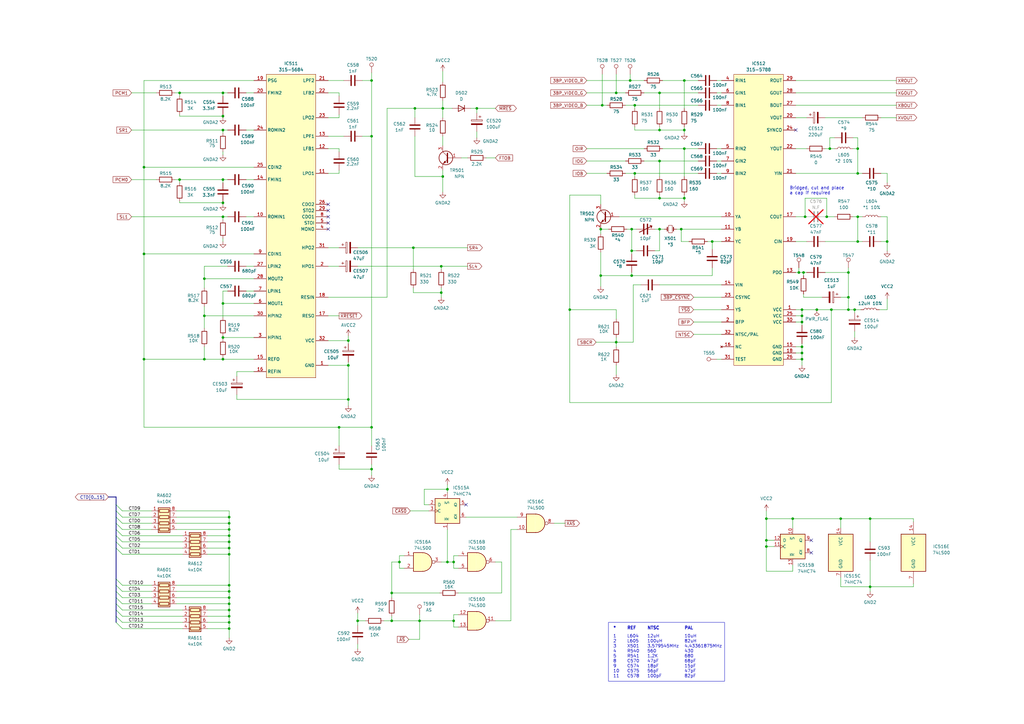
<source format=kicad_sch>
(kicad_sch (version 20250114) (generator "eeschema") (generator_version "9.0")
  (paper "A3")
  (title_block (title "32X Sub") (date "2023-11-29") (rev "1.3") (company "By Cosam") (comment 1 "Neptune"))
  (rectangle (start 249.555 255.27) (end 297.18 279.4))
  (text "PAL" (at 280.67 258.445 0) (effects (font (size 1.27 1.27) (bold yes)) (justify left bottom)))
  (text "*" (at 251.46 258.445 0) (effects (font (size 1.27 1.27) (thickness 0.254) (bold yes)) (justify left bottom)))
  (text "L604\nL605\nX501\nR540\nR541\nC570\nC574\nC575\nC578" (at 257.175 278.13 0) (effects (font (size 1.27 1.27)) (justify left bottom)))
  (text "NTSC" (at 265.43 258.445 0) (effects (font (size 1.27 1.27) (bold yes)) (justify left bottom)))
  (text "10uH\n82uH\n4.43361875MHz\n430\n680\n68pF\n15pF\n47pF\n82pF" (at 280.67 278.13 0) (effects (font (size 1.27 1.27)) (justify left bottom)))
  (text "1\n2\n3\n4\n5\n8\n9\n10\n11" (at 251.46 278.13 0) (effects (font (size 1.27 1.27)) (justify left bottom)))
  (text "12uH\n100uH\n3.579545MHz\n560\n1.2K\n47pF\n18pF\n56pF\n100pF" (at 265.43 278.13 0) (effects (font (size 1.27 1.27)) (justify left bottom)))
  (text "REF" (at 257.175 258.445 0) (effects (font (size 1.27 1.27) (bold yes)) (justify left bottom)))
  (text "Bridged, cut and place\na cap if required" (at 323.85 80.01 0) (effects (font (size 1.27 1.27)) (justify left bottom)))
  (junction (at 152.4 33.02))
  (junction (at 180.975 109.22))
  (junction (at 93.98 242.57))
  (junction (at 328.93 147.32))
  (junction (at 93.98 247.65))
  (junction (at 93.98 257.81))
  (junction (at 93.98 240.03))
  (junction (at 270.51 66.04))
  (junction (at 259.08 102.87))
  (junction (at 142.875 149.86))
  (junction (at 91.44 47.625))
  (junction (at 91.44 83.185))
  (junction (at 280.67 53.34))
  (junction (at 314.325 224.155))
  (junction (at 351.79 71.12))
  (junction (at 59.055 147.32))
  (junction (at 252.73 140.335))
  (junction (at 247.015 43.18))
  (junction (at 325.12 212.725))
  (junction (at 91.44 73.66))
  (junction (at 328.93 144.78))
  (junction (at 180.975 120.015))
  (junction (at 327.66 111.76))
  (junction (at 195.58 44.45))
  (junction (at 363.855 99.06))
  (junction (at 91.44 38.1))
  (junction (at 93.98 219.71))
  (junction (at 314.325 212.725))
  (junction (at 340.36 60.96))
  (junction (at 259.08 93.98))
  (junction (at 93.98 250.19))
  (junction (at 93.98 224.79))
  (junction (at 356.87 212.725))
  (junction (at 347.98 127))
  (junction (at 292.1 99.06))
  (junction (at 59.055 104.14))
  (junction (at 186.055 254.635))
  (junction (at 335.026 127))
  (junction (at 328.93 129.54))
  (junction (at 93.98 212.09))
  (junction (at 146.685 254.635))
  (junction (at 93.98 227.33))
  (junction (at 91.44 88.9))
  (junction (at 93.98 217.17))
  (junction (at 347.98 111.76))
  (junction (at 340.995 127))
  (junction (at 152.4 175.26))
  (junction (at 270.51 38.1))
  (junction (at 260.35 71.12))
  (junction (at 91.44 124.46))
  (junction (at 328.93 142.24))
  (junction (at 329.565 111.76))
  (junction (at 142.875 139.7))
  (junction (at 163.83 230.505))
  (junction (at 93.98 245.11))
  (junction (at 280.67 33.02))
  (junction (at 280.67 60.96))
  (junction (at 181.61 44.45))
  (junction (at 350.52 127))
  (junction (at 280.67 81.28))
  (junction (at 270.51 81.28))
  (junction (at 172.085 254.635))
  (junction (at 183.515 230.505))
  (junction (at 183.515 200.66))
  (junction (at 339.09 88.9))
  (junction (at 169.545 101.6))
  (junction (at 344.805 212.725))
  (junction (at 328.93 132.08))
  (junction (at 152.4 55.88))
  (junction (at 246.38 93.98))
  (junction (at 270.51 93.98))
  (junction (at 73.66 38.1))
  (junction (at 83.82 147.32))
  (junction (at 233.68 127))
  (junction (at 330.2 88.9))
  (junction (at 314.325 221.615))
  (junction (at 73.66 73.66))
  (junction (at 351.79 60.96))
  (junction (at 270.51 53.34))
  (junction (at 186.055 230.505))
  (junction (at 91.44 138.43))
  (junction (at 160.655 243.205))
  (junction (at 351.79 88.9))
  (junction (at 259.08 113.03))
  (junction (at 91.44 53.34))
  (junction (at 347.98 121.92))
  (junction (at 181.61 72.39))
  (junction (at 93.98 222.25))
  (junction (at 170.18 44.45))
  (junction (at 260.35 43.18))
  (junction (at 93.98 214.63))
  (junction (at 279.4 93.98))
  (junction (at 328.93 127))
  (junction (at 252.73 38.1))
  (junction (at 91.44 147.32))
  (junction (at 93.98 252.73))
  (junction (at 152.4 192.405))
  (junction (at 160.655 254.635))
  (junction (at 142.875 163.83))
  (junction (at 83.82 129.54))
  (junction (at 93.98 255.27))
  (junction (at 258.445 33.02))
  (junction (at 139.065 175.26))
  (junction (at 59.055 68.58))
  (junction (at 356.87 240.665))
  (junction (at 351.79 99.06))
  (junction (at 83.82 114.3))
  (junction (at 246.38 113.03))
  (no_connect (at 332.74 226.695))
  (no_connect (at 134.62 86.36))
  (no_connect (at 134.62 93.98))
  (no_connect (at 191.135 207.01))
  (no_connect (at 134.62 88.9))
  (no_connect (at 134.62 91.44))
  (no_connect (at 134.62 83.82))
  (no_connect (at 332.74 221.615))
  (no_connect (at 326.39 53.34))
  (bus_entry (at 50.165 247.65) (size -2.54 -2.54))
  (bus_entry (at 50.165 242.57) (size -2.54 -2.54))
  (bus_entry (at 50.165 212.09) (size -2.54 -2.54))
  (bus_entry (at 50.165 240.03) (size -2.54 -2.54))
  (bus_entry (at 50.165 252.73) (size -2.54 -2.54))
  (bus_entry (at 50.165 250.19) (size -2.54 -2.54))
  (bus_entry (at 50.165 224.79) (size -2.54 -2.54))
  (bus_entry (at 50.165 214.63) (size -2.54 -2.54))
  (bus_entry (at 50.165 255.27) (size -2.54 -2.54))
  (bus_entry (at 50.165 257.81) (size -2.54 -2.54))
  (bus_entry (at 50.165 245.11) (size -2.54 -2.54))
  (bus_entry (at 50.165 219.71) (size -2.54 -2.54))
  (bus_entry (at 50.165 217.17) (size -2.54 -2.54))
  (bus_entry (at 50.165 209.55) (size -2.54 -2.54))
  (bus_entry (at 50.165 227.33) (size -2.54 -2.54))
  (bus_entry (at 50.165 222.25) (size -2.54 -2.54))
  (wire (pts (xy 91.44 138.43) (xy 91.44 139.065)))
  (wire (pts (xy 180.975 118.11) (xy 180.975 120.015)))
  (wire (pts (xy 350.52 127) (xy 353.06 127)))
  (wire (pts (xy 258.445 33.02) (xy 264.16 33.02)))
  (wire (pts (xy 170.18 44.45) (xy 158.75 44.45)))
  (wire (pts (xy 91.44 83.185) (xy 73.66 83.185)))
  (wire (pts (xy 259.08 113.03) (xy 292.1 113.03)))
  (wire (pts (xy 280.67 33.02) (xy 286.385 33.02)))
  (wire (pts (xy 73.66 73.66) (xy 73.66 74.93)))
  (wire (pts (xy 284.48 121.92) (xy 295.91 121.92)))
  (wire (pts (xy 290.195 99.06) (xy 292.1 99.06)))
  (wire (pts (xy 181.61 44.45) (xy 181.61 48.26)))
  (wire (pts (xy 257.175 93.98) (xy 259.08 93.98)))
  (wire (pts (xy 270.51 38.1) (xy 286.385 38.1)))
  (bus (pts (xy 47.625 237.49) (xy 47.625 240.03)))
  (wire (pts (xy 195.58 44.45) (xy 203.2 44.45)))
  (wire (pts (xy 328.93 127) (xy 326.39 127)))
  (wire (pts (xy 85.09 255.27) (xy 93.98 255.27)))
  (wire (pts (xy 181.61 55.88) (xy 181.61 59.69)))
  (wire (pts (xy 157.48 254.635) (xy 160.655 254.635)))
  (wire (pts (xy 247.015 43.18) (xy 248.92 43.18)))
  (wire (pts (xy 91.44 119.38) (xy 93.345 119.38)))
  (wire (pts (xy 93.98 255.27) (xy 93.98 257.81)))
  (wire (pts (xy 53.975 73.66) (xy 64.135 73.66)))
  (wire (pts (xy 93.98 227.33) (xy 93.98 240.03)))
  (wire (pts (xy 91.44 73.66) (xy 91.44 74.93)))
  (wire (pts (xy 350.52 127) (xy 350.52 128.27)))
  (wire (pts (xy 146.685 264.16) (xy 146.685 266.065)))
  (wire (pts (xy 246.38 113.03) (xy 259.08 113.03)))
  (wire (pts (xy 142.875 137.795) (xy 142.875 139.7)))
  (wire (pts (xy 186.055 257.175) (xy 187.96 257.175)))
  (wire (pts (xy 72.39 245.11) (xy 93.98 245.11)))
  (wire (pts (xy 326.39 71.12) (xy 351.79 71.12)))
  (wire (pts (xy 83.82 147.32) (xy 83.82 142.24)))
  (wire (pts (xy 73.66 47.625) (xy 73.66 46.99)))
  (wire (pts (xy 180.975 109.22) (xy 180.975 110.49)))
  (wire (pts (xy 347.98 109.855) (xy 347.98 111.76)))
  (wire (pts (xy 181.61 69.85) (xy 181.61 72.39)))
  (wire (pts (xy 163.83 230.505) (xy 163.83 233.045)))
  (wire (pts (xy 180.34 243.205) (xy 160.655 243.205)))
  (wire (pts (xy 351.79 99.06) (xy 353.695 99.06)))
  (wire (pts (xy 259.715 116.84) (xy 259.715 140.335)))
  (wire (pts (xy 59.055 68.58) (xy 59.055 104.14)))
  (wire (pts (xy 139.065 175.26) (xy 139.065 182.88)))
  (wire (pts (xy 93.98 240.03) (xy 93.98 242.57)))
  (wire (pts (xy 85.09 222.25) (xy 93.98 222.25)))
  (wire (pts (xy 50.165 240.03) (xy 62.23 240.03)))
  (wire (pts (xy 91.44 138.43) (xy 104.14 138.43)))
  (wire (pts (xy 329.565 120.65) (xy 329.565 121.92)))
  (wire (pts (xy 326.39 142.24) (xy 328.93 142.24)))
  (wire (pts (xy 326.39 144.78) (xy 328.93 144.78)))
  (wire (pts (xy 158.75 121.92) (xy 134.62 121.92)))
  (bus (pts (xy 47.625 212.09) (xy 47.625 209.55)))
  (wire (pts (xy 327.66 111.76) (xy 329.565 111.76)))
  (wire (pts (xy 83.82 129.54) (xy 104.14 129.54)))
  (wire (pts (xy 244.475 140.335) (xy 252.73 140.335)))
  (wire (pts (xy 233.68 127) (xy 233.68 165.1)))
  (wire (pts (xy 350.52 135.89) (xy 350.52 138.43)))
  (wire (pts (xy 134.62 129.54) (xy 139.065 129.54)))
  (wire (pts (xy 180.975 120.015) (xy 180.975 121.92)))
  (wire (pts (xy 73.66 38.1) (xy 73.66 39.37)))
  (bus (pts (xy 47.625 222.25) (xy 47.625 219.71)))
  (wire (pts (xy 134.62 139.7) (xy 142.875 139.7)))
  (wire (pts (xy 83.82 114.3) (xy 104.14 114.3)))
  (wire (pts (xy 279.4 93.98) (xy 295.91 93.98)))
  (wire (pts (xy 328.93 147.32) (xy 326.39 147.32)))
  (wire (pts (xy 91.44 46.99) (xy 91.44 47.625)))
  (wire (pts (xy 314.325 209.55) (xy 314.325 212.725)))
  (wire (pts (xy 97.155 163.83) (xy 142.875 163.83)))
  (wire (pts (xy 180.975 109.22) (xy 191.77 109.22)))
  (wire (pts (xy 160.655 254.635) (xy 172.085 254.635)))
  (wire (pts (xy 187.96 252.095) (xy 186.055 252.095)))
  (wire (pts (xy 270.51 81.28) (xy 260.35 81.28)))
  (wire (pts (xy 93.98 242.57) (xy 93.98 245.11)))
  (wire (pts (xy 173.99 207.01) (xy 173.99 200.66)))
  (wire (pts (xy 134.62 48.26) (xy 139.065 48.26)))
  (wire (pts (xy 181.61 44.45) (xy 170.18 44.45)))
  (wire (pts (xy 240.665 60.96) (xy 264.16 60.96)))
  (wire (pts (xy 50.165 212.09) (xy 62.23 212.09)))
  (wire (pts (xy 361.315 71.12) (xy 363.855 71.12)))
  (wire (pts (xy 279.4 93.98) (xy 279.4 99.06)))
  (wire (pts (xy 294.005 60.96) (xy 295.91 60.96)))
  (wire (pts (xy 252.73 30.48) (xy 252.73 38.1)))
  (wire (pts (xy 93.98 245.11) (xy 93.98 247.65)))
  (wire (pts (xy 93.98 222.25) (xy 93.98 224.79)))
  (wire (pts (xy 152.4 55.88) (xy 148.59 55.88)))
  (wire (pts (xy 259.08 93.98) (xy 259.08 102.87)))
  (wire (pts (xy 280.67 60.96) (xy 280.67 72.39)))
  (wire (pts (xy 59.055 104.14) (xy 104.14 104.14)))
  (wire (pts (xy 152.4 33.02) (xy 152.4 55.88)))
  (bus (pts (xy 47.625 224.79) (xy 47.625 237.49)))
  (wire (pts (xy 139.065 48.26) (xy 139.065 46.99)))
  (wire (pts (xy 139.065 60.96) (xy 134.62 60.96)))
  (wire (pts (xy 169.545 101.6) (xy 169.545 110.49)))
  (wire (pts (xy 246.38 80.01) (xy 233.68 80.01)))
  (wire (pts (xy 93.98 219.71) (xy 93.98 222.25)))
  (wire (pts (xy 97.155 152.4) (xy 97.155 154.305)))
  (wire (pts (xy 205.74 243.205) (xy 187.96 243.205)))
  (wire (pts (xy 91.44 124.46) (xy 104.14 124.46)))
  (wire (pts (xy 93.98 252.73) (xy 93.98 255.27)))
  (wire (pts (xy 279.4 99.06) (xy 282.575 99.06)))
  (wire (pts (xy 91.44 73.66) (xy 93.345 73.66)))
  (wire (pts (xy 91.44 124.46) (xy 91.44 130.175)))
  (wire (pts (xy 240.665 71.12) (xy 248.92 71.12)))
  (wire (pts (xy 246.38 103.505) (xy 246.38 113.03)))
  (wire (pts (xy 363.855 74.93) (xy 363.855 71.12)))
  (wire (pts (xy 209.55 217.17) (xy 212.09 217.17)))
  (wire (pts (xy 360.68 127) (xy 363.855 127)))
  (wire (pts (xy 183.515 230.505) (xy 183.515 217.17)))
  (wire (pts (xy 59.055 147.32) (xy 59.055 175.26)))
  (wire (pts (xy 361.315 48.26) (xy 367.665 48.26)))
  (wire (pts (xy 252.73 140.335) (xy 252.73 142.24)))
  (wire (pts (xy 134.62 109.22) (xy 139.065 109.22)))
  (wire (pts (xy 351.79 71.12) (xy 353.695 71.12)))
  (wire (pts (xy 351.79 60.96) (xy 351.79 71.12)))
  (wire (pts (xy 326.39 48.26) (xy 330.835 48.26)))
  (wire (pts (xy 328.93 132.08) (xy 328.93 133.35)))
  (wire (pts (xy 175.895 207.01) (xy 173.99 207.01)))
  (wire (pts (xy 91.44 97.79) (xy 91.44 99.06)))
  (wire (pts (xy 328.93 147.32) (xy 328.93 149.86)))
  (wire (pts (xy 139.065 192.405) (xy 152.4 192.405)))
  (wire (pts (xy 268.605 93.98) (xy 270.51 93.98)))
  (wire (pts (xy 347.98 121.92) (xy 347.98 127)))
  (wire (pts (xy 71.755 38.1) (xy 73.66 38.1)))
  (bus (pts (xy 47.625 245.11) (xy 47.625 242.57)))
  (wire (pts (xy 294.005 147.32) (xy 295.91 147.32)))
  (wire (pts (xy 170.18 72.39) (xy 181.61 72.39)))
  (wire (pts (xy 314.325 224.155) (xy 317.5 224.155)))
  (wire (pts (xy 294.005 71.12) (xy 295.91 71.12)))
  (wire (pts (xy 152.4 190.5) (xy 152.4 192.405)))
  (wire (pts (xy 91.44 88.9) (xy 91.44 90.17)))
  (wire (pts (xy 295.91 99.06) (xy 292.1 99.06)))
  (wire (pts (xy 292.1 109.855) (xy 292.1 113.03)))
  (wire (pts (xy 329.565 121.92) (xy 337.185 121.92)))
  (wire (pts (xy 72.39 247.65) (xy 93.98 247.65)))
  (wire (pts (xy 139.065 71.12) (xy 139.065 69.85)))
  (wire (pts (xy 59.055 147.32) (xy 59.055 104.14)))
  (wire (pts (xy 270.51 93.98) (xy 270.51 102.87)))
  (wire (pts (xy 104.14 33.02) (xy 59.055 33.02)))
  (wire (pts (xy 252.73 138.43) (xy 252.73 140.335)))
  (wire (pts (xy 256.54 43.18) (xy 260.35 43.18)))
  (wire (pts (xy 152.4 192.405) (xy 152.4 194.945)))
  (wire (pts (xy 294.005 66.04) (xy 295.91 66.04)))
  (wire (pts (xy 356.87 229.87) (xy 356.87 240.665)))
  (wire (pts (xy 169.545 118.11) (xy 169.545 120.015)))
  (wire (pts (xy 91.44 47.625) (xy 91.44 48.26)))
  (wire (pts (xy 169.545 101.6) (xy 191.77 101.6)))
  (wire (pts (xy 170.18 44.45) (xy 170.18 48.26)))
  (bus (pts (xy 47.625 252.73) (xy 47.625 250.19)))
  (wire (pts (xy 170.18 72.39) (xy 170.18 55.88)))
  (wire (pts (xy 50.165 252.73) (xy 74.93 252.73)))
  (bus (pts (xy 47.625 217.17) (xy 47.625 214.63)))
  (wire (pts (xy 344.805 212.725) (xy 325.12 212.725)))
  (wire (pts (xy 83.82 109.22) (xy 93.345 109.22)))
  (wire (pts (xy 50.165 247.65) (xy 62.23 247.65)))
  (wire (pts (xy 146.685 251.46) (xy 146.685 254.635)))
  (wire (pts (xy 252.73 127) (xy 252.73 130.81)))
  (wire (pts (xy 53.975 88.9) (xy 91.44 88.9)))
  (wire (pts (xy 328.93 142.24) (xy 328.93 144.78)))
  (wire (pts (xy 233.68 127) (xy 252.73 127)))
  (wire (pts (xy 183.515 198.755) (xy 183.515 200.66)))
  (wire (pts (xy 91.44 47.625) (xy 73.66 47.625)))
  (wire (pts (xy 91.44 147.32) (xy 83.82 147.32)))
  (wire (pts (xy 340.995 127) (xy 347.98 127)))
  (wire (pts (xy 374.65 212.725) (xy 374.65 213.995)))
  (wire (pts (xy 93.98 250.19) (xy 93.98 252.73)))
  (wire (pts (xy 356.87 240.665) (xy 374.65 240.665)))
  (wire (pts (xy 260.35 71.12) (xy 260.35 72.39)))
  (wire (pts (xy 326.39 132.08) (xy 328.93 132.08)))
  (wire (pts (xy 83.82 118.11) (xy 83.82 114.3)))
  (wire (pts (xy 363.855 88.9) (xy 361.315 88.9)))
  (wire (pts (xy 314.325 221.615) (xy 314.325 224.155)))
  (wire (pts (xy 93.98 209.55) (xy 93.98 212.09)))
  (wire (pts (xy 180.975 230.505) (xy 183.515 230.505)))
  (wire (pts (xy 172.085 262.255) (xy 172.085 254.635)))
  (wire (pts (xy 50.165 227.33) (xy 74.93 227.33)))
  (wire (pts (xy 72.39 242.57) (xy 93.98 242.57)))
  (wire (pts (xy 363.855 122.555) (xy 363.855 127)))
  (wire (pts (xy 139.065 39.37) (xy 139.065 38.1)))
  (wire (pts (xy 142.875 148.59) (xy 142.875 149.86)))
  (wire (pts (xy 91.44 137.795) (xy 91.44 138.43)))
  (wire (pts (xy 351.79 60.96) (xy 349.885 60.96)))
  (wire (pts (xy 148.59 33.02) (xy 152.4 33.02)))
  (wire (pts (xy 240.665 33.02) (xy 258.445 33.02)))
  (wire (pts (xy 260.35 71.12) (xy 286.385 71.12)))
  (wire (pts (xy 328.93 144.78) (xy 328.93 147.32)))
  (wire (pts (xy 326.39 43.18) (xy 367.665 43.18)))
  (wire (pts (xy 259.08 93.98) (xy 260.985 93.98)))
  (wire (pts (xy 340.36 56.515) (xy 340.36 60.96)))
  (wire (pts (xy 264.16 66.04) (xy 270.51 66.04)))
  (wire (pts (xy 181.61 44.45) (xy 185.42 44.45)))
  (wire (pts (xy 270.51 93.98) (xy 272.415 93.98)))
  (wire (pts (xy 152.4 29.845) (xy 152.4 33.02)))
  (wire (pts (xy 240.665 66.04) (xy 256.54 66.04)))
  (wire (pts (xy 264.16 38.1) (xy 270.51 38.1)))
  (wire (pts (xy 83.82 147.32) (xy 59.055 147.32)))
  (wire (pts (xy 292.1 99.06) (xy 292.1 102.235)))
  (wire (pts (xy 270.51 38.1) (xy 270.51 44.45)))
  (wire (pts (xy 338.455 60.96) (xy 340.36 60.96)))
  (wire (pts (xy 91.44 82.55) (xy 91.44 83.185)))
  (wire (pts (xy 72.39 209.55) (xy 93.98 209.55)))
  (wire (pts (xy 72.39 217.17) (xy 93.98 217.17)))
  (wire (pts (xy 325.12 234.315) (xy 325.12 231.775)))
  (wire (pts (xy 280.67 53.34) (xy 270.51 53.34)))
  (wire (pts (xy 330.2 81.28) (xy 339.09 81.28)))
  (wire (pts (xy 314.325 234.315) (xy 325.12 234.315)))
  (wire (pts (xy 328.93 132.08) (xy 328.93 129.54)))
  (wire (pts (xy 329.565 111.76) (xy 330.835 111.76)))
  (wire (pts (xy 53.975 53.34) (xy 91.44 53.34)))
  (wire (pts (xy 233.68 165.1) (xy 340.995 165.1)))
  (wire (pts (xy 163.83 233.045) (xy 165.735 233.045)))
  (wire (pts (xy 186.055 254.635) (xy 186.055 257.175)))
  (wire (pts (xy 329.565 111.76) (xy 329.565 113.03)))
  (wire (pts (xy 258.445 30.48) (xy 258.445 33.02)))
  (wire (pts (xy 351.79 88.9) (xy 353.695 88.9)))
  (wire (pts (xy 326.39 38.1) (xy 367.665 38.1)))
  (wire (pts (xy 167.64 262.255) (xy 172.085 262.255)))
  (wire (pts (xy 240.665 38.1) (xy 252.73 38.1)))
  (wire (pts (xy 104.14 152.4) (xy 97.155 152.4)))
  (wire (pts (xy 53.975 38.1) (xy 64.135 38.1)))
  (wire (pts (xy 134.62 33.02) (xy 140.97 33.02)))
  (bus (pts (xy 47.625 219.71) (xy 47.625 217.17)))
  (wire (pts (xy 72.39 212.09) (xy 93.98 212.09)))
  (wire (pts (xy 246.38 93.98) (xy 246.38 95.885)))
  (wire (pts (xy 314.325 221.615) (xy 317.5 221.615)))
  (wire (pts (xy 363.855 99.06) (xy 363.855 88.9)))
  (wire (pts (xy 83.82 129.54) (xy 83.82 134.62)))
  (wire (pts (xy 294.005 33.02) (xy 295.91 33.02)))
  (wire (pts (xy 50.165 257.81) (xy 74.93 257.81)))
  (wire (pts (xy 340.995 165.1) (xy 340.995 127)))
  (wire (pts (xy 72.39 214.63) (xy 93.98 214.63)))
  (wire (pts (xy 205.74 230.505) (xy 203.2 230.505)))
  (wire (pts (xy 100.965 73.66) (xy 104.14 73.66)))
  (wire (pts (xy 209.55 254.635) (xy 209.55 217.17)))
  (wire (pts (xy 165.735 227.965) (xy 163.83 227.965)))
  (wire (pts (xy 186.055 252.095) (xy 186.055 254.635)))
  (wire (pts (xy 330.2 88.9) (xy 330.835 88.9)))
  (wire (pts (xy 351.79 56.515) (xy 351.79 60.96)))
  (bus (pts (xy 47.625 255.27) (xy 47.625 252.73)))
  (wire (pts (xy 205.74 230.505) (xy 205.74 243.205)))
  (wire (pts (xy 240.665 43.18) (xy 247.015 43.18)))
  (wire (pts (xy 186.055 230.505) (xy 186.055 233.045)))
  (wire (pts (xy 152.4 175.26) (xy 152.4 182.88)))
  (wire (pts (xy 50.165 242.57) (xy 62.23 242.57)))
  (wire (pts (xy 260.35 53.34) (xy 260.35 52.07)))
  (wire (pts (xy 134.62 71.12) (xy 139.065 71.12)))
  (wire (pts (xy 259.08 102.87) (xy 260.985 102.87)))
  (wire (pts (xy 351.79 88.9) (xy 351.79 99.06)))
  (wire (pts (xy 259.08 102.87) (xy 259.08 104.14)))
  (wire (pts (xy 338.455 99.06) (xy 351.79 99.06)))
  (wire (pts (xy 252.73 38.1) (xy 256.54 38.1)))
  (wire (pts (xy 91.44 53.34) (xy 93.345 53.34)))
  (wire (pts (xy 85.09 252.73) (xy 93.98 252.73)))
  (wire (pts (xy 338.455 111.76) (xy 347.98 111.76)))
  (wire (pts (xy 349.885 88.9) (xy 351.79 88.9)))
  (wire (pts (xy 203.2 254.635) (xy 209.55 254.635)))
  (wire (pts (xy 356.87 222.25) (xy 356.87 212.725)))
  (wire (pts (xy 280.67 81.28) (xy 280.67 82.55)))
  (wire (pts (xy 142.875 163.83) (xy 142.875 166.37)))
  (wire (pts (xy 246.38 93.98) (xy 249.555 93.98)))
  (wire (pts (xy 270.51 66.04) (xy 286.385 66.04)))
  (wire (pts (xy 91.44 147.32) (xy 104.14 147.32)))
  (wire (pts (xy 73.66 83.185) (xy 73.66 82.55)))
  (wire (pts (xy 163.83 230.505) (xy 160.655 230.505)))
  (wire (pts (xy 294.005 43.18) (xy 295.91 43.18)))
  (wire (pts (xy 284.48 132.08) (xy 295.91 132.08)))
  (wire (pts (xy 152.4 175.26) (xy 152.4 55.88)))
  (wire (pts (xy 59.055 68.58) (xy 104.14 68.58)))
  (wire (pts (xy 59.055 33.02) (xy 59.055 68.58)))
  (wire (pts (xy 199.39 64.77) (xy 203.2 64.77)))
  (wire (pts (xy 146.685 256.54) (xy 146.685 254.635)))
  (wire (pts (xy 340.995 127) (xy 335.026 127)))
  (wire (pts (xy 260.35 43.18) (xy 286.385 43.18)))
  (wire (pts (xy 186.055 233.045) (xy 187.96 233.045)))
  (wire (pts (xy 91.44 146.685) (xy 91.44 147.32)))
  (wire (pts (xy 93.98 212.09) (xy 93.98 214.63)))
  (wire (pts (xy 73.66 38.1) (xy 91.44 38.1)))
  (wire (pts (xy 314.325 212.725) (xy 314.325 221.615)))
  (wire (pts (xy 139.065 190.5) (xy 139.065 192.405)))
  (wire (pts (xy 339.09 81.28) (xy 339.09 88.9)))
  (wire (pts (xy 85.09 219.71) (xy 93.98 219.71)))
  (wire (pts (xy 227.33 214.63) (xy 231.775 214.63)))
  (wire (pts (xy 72.39 240.03) (xy 93.98 240.03)))
  (wire (pts (xy 195.58 53.975) (xy 195.58 56.515)))
  (wire (pts (xy 252.73 140.335) (xy 259.715 140.335)))
  (wire (pts (xy 356.87 240.665) (xy 344.805 240.665)))
  (wire (pts (xy 172.085 254.635) (xy 186.055 254.635)))
  (wire (pts (xy 183.515 230.505) (xy 186.055 230.505)))
  (wire (pts (xy 326.39 88.9) (xy 330.2 88.9)))
  (wire (pts (xy 169.545 120.015) (xy 180.975 120.015)))
  (wire (pts (xy 93.98 247.65) (xy 93.98 250.19)))
  (wire (pts (xy 142.875 139.7) (xy 142.875 140.97)))
  (wire (pts (xy 338.455 88.9) (xy 339.09 88.9)))
  (wire (pts (xy 284.48 127) (xy 295.91 127)))
  (wire (pts (xy 50.165 245.11) (xy 62.23 245.11)))
  (wire (pts (xy 139.065 175.26) (xy 152.4 175.26)))
  (wire (pts (xy 85.09 257.81) (xy 93.98 257.81)))
  (wire (pts (xy 356.87 240.665) (xy 356.87 242.57)))
  (wire (pts (xy 326.39 129.54) (xy 328.93 129.54)))
  (wire (pts (xy 142.875 163.83) (xy 142.875 149.86)))
  (wire (pts (xy 325.12 212.725) (xy 325.12 216.535)))
  (wire (pts (xy 270.51 116.84) (xy 295.91 116.84)))
  (wire (pts (xy 270.51 53.34) (xy 260.35 53.34)))
  (wire (pts (xy 183.515 200.66) (xy 183.515 201.93)))
  (wire (pts (xy 259.08 111.76) (xy 259.08 113.03)))
  (wire (pts (xy 277.495 93.98) (xy 279.4 93.98)))
  (wire (pts (xy 142.875 149.86) (xy 134.62 149.86)))
  (wire (pts (xy 187.96 227.965) (xy 186.055 227.965)))
  (wire (pts (xy 91.44 83.185) (xy 91.44 83.82)))
  (wire (pts (xy 173.99 200.66) (xy 183.515 200.66)))
  (wire (pts (xy 83.82 114.3) (xy 83.82 109.22)))
  (wire (pts (xy 97.155 161.925) (xy 97.155 163.83)))
  (wire (pts (xy 73.66 73.66) (xy 91.44 73.66)))
  (wire (pts (xy 361.315 99.06) (xy 363.855 99.06)))
  (wire (pts (xy 280.67 81.28) (xy 270.51 81.28)))
  (wire (pts (xy 270.51 80.01) (xy 270.51 81.28)))
  (wire (pts (xy 256.54 71.12) (xy 260.35 71.12)))
  (wire (pts (xy 327.66 109.855) (xy 327.66 111.76)))
  (wire (pts (xy 91.44 53.34) (xy 91.44 54.61)))
  (wire (pts (xy 85.09 227.33) (xy 93.98 227.33)))
  (wire (pts (xy 328.93 129.54) (xy 328.93 127)))
  (wire (pts (xy 100.965 53.34) (xy 104.14 53.34)))
  (wire (pts (xy 280.67 60.96) (xy 286.385 60.96)))
  (wire (pts (xy 186.055 227.965) (xy 186.055 230.505)))
  (wire (pts (xy 93.98 257.81) (xy 93.98 261.62)))
  (wire (pts (xy 160.655 252.73) (xy 160.655 254.635)))
  (wire (pts (xy 189.23 64.77) (xy 191.77 64.77)))
  (wire (pts (xy 93.98 224.79) (xy 93.98 227.33)))
  (wire (pts (xy 247.015 30.48) (xy 247.015 43.18)))
  (wire (pts (xy 314.325 212.725) (xy 325.12 212.725)))
  (wire (pts (xy 374.65 212.725) (xy 356.87 212.725)))
  (wire (pts (xy 328.93 140.97) (xy 328.93 142.24)))
  (wire (pts (xy 260.35 43.18) (xy 260.35 44.45)))
  (wire (pts (xy 85.09 224.79) (xy 93.98 224.79)))
  (wire (pts (xy 344.805 240.665) (xy 344.805 236.855)))
  (wire (pts (xy 344.805 121.92) (xy 347.98 121.92)))
  (wire (pts (xy 181.61 41.275) (xy 181.61 44.45)))
  (wire (pts (xy 100.965 88.9) (xy 104.14 88.9)))
  (wire (pts (xy 91.44 88.9) (xy 93.345 88.9)))
  (wire (pts (xy 280.67 33.02) (xy 280.67 44.45)))
  (wire (pts (xy 134.62 101.6) (xy 139.065 101.6)))
  (wire (pts (xy 146.685 101.6) (xy 169.545 101.6)))
  (wire (pts (xy 254 88.9) (xy 295.91 88.9)))
  (wire (pts (xy 330.2 88.9) (xy 330.2 81.28)))
  (wire (pts (xy 246.38 83.82) (xy 246.38 80.01)))
  (wire (pts (xy 252.73 149.86) (xy 252.73 153.67)))
  (wire (pts (xy 100.965 38.1) (xy 104.14 38.1)))
  (wire (pts (xy 314.325 224.155) (xy 314.325 234.315)))
  (wire (pts (xy 262.89 116.84) (xy 259.715 116.84)))
  (wire (pts (xy 83.82 129.54) (xy 83.82 125.73)))
  (wire (pts (xy 85.09 250.19) (xy 93.98 250.19)))
  (bus (pts (xy 47.625 207.01) (xy 47.625 203.835)))
  (wire (pts (xy 146.685 109.22) (xy 180.975 109.22)))
  (wire (pts (xy 100.965 119.38) (xy 104.14 119.38)))
  (wire (pts (xy 347.98 127) (xy 350.52 127)))
  (wire (pts (xy 50.165 250.19) (xy 74.93 250.19)))
  (wire (pts (xy 50.165 219.71) (xy 74.93 219.71)))
  (wire (pts (xy 139.065 62.23) (xy 139.065 60.96)))
  (wire (pts (xy 326.39 99.06) (xy 330.835 99.06)))
  (wire (pts (xy 91.44 38.1) (xy 91.44 39.37)))
  (wire (pts (xy 270.51 52.07) (xy 270.51 53.34)))
  (bus (pts (xy 47.625 247.65) (xy 47.625 245.11)))
  (wire (pts (xy 326.39 33.02) (xy 367.665 33.02)))
  (wire (pts (xy 91.44 38.1) (xy 93.345 38.1)))
  (wire (pts (xy 50.165 255.27) (xy 74.93 255.27)))
  (wire (pts (xy 91.44 62.23) (xy 91.44 63.5)))
  (bus (pts (xy 47.625 242.57) (xy 47.625 240.03)))
  (wire (pts (xy 338.455 48.26) (xy 353.695 48.26)))
  (wire (pts (xy 50.165 209.55) (xy 62.23 209.55)))
  (wire (pts (xy 93.98 214.63) (xy 93.98 217.17)))
  (wire (pts (xy 271.78 33.02) (xy 280.67 33.02)))
  (wire (pts (xy 347.98 111.76) (xy 347.98 121.92)))
  (wire (pts (xy 280.67 80.01) (xy 280.67 81.28)))
  (wire (pts (xy 271.78 60.96) (xy 280.67 60.96)))
  (wire (pts (xy 59.055 175.26) (xy 139.065 175.26)))
  (bus (pts (xy 47.625 224.79) (xy 47.625 222.25)))
  (wire (pts (xy 233.68 80.01) (xy 233.68 127)))
  (wire (pts (xy 191.135 212.09) (xy 212.09 212.09)))
  (wire (pts (xy 172.085 252.095) (xy 172.085 254.635)))
  (wire (pts (xy 193.04 44.45) (xy 195.58 44.45)))
  (wire (pts (xy 100.965 109.22) (xy 104.14 109.22)))
  (wire (pts (xy 363.855 102.87) (xy 363.855 99.06)))
  (wire (pts (xy 280.67 52.07) (xy 280.67 53.34)))
  (wire (pts (xy 146.685 254.635) (xy 149.86 254.635)))
  (wire (pts (xy 50.165 217.17) (xy 62.23 217.17)))
  (wire (pts (xy 340.36 60.96) (xy 342.265 60.96)))
  (wire (pts (xy 349.885 56.515) (xy 351.79 56.515)))
  (bus (pts (xy 47.625 203.835) (xy 44.45 203.835)))
  (wire (pts (xy 50.165 214.63) (xy 62.23 214.63)))
  (wire (pts (xy 344.805 212.725) (xy 344.805 216.535)))
  (wire (pts (xy 163.83 227.965) (xy 163.83 230.505)))
  (wire (pts (xy 326.39 111.76) (xy 327.66 111.76)))
  (wire (pts (xy 260.35 81.28) (xy 260.35 80.01)))
  (wire (pts (xy 134.62 38.1) (xy 139.065 38.1)))
  (wire (pts (xy 158.75 44.45) (xy 158.75 121.92)))
  (wire (pts (xy 356.87 212.725) (xy 344.805 212.725)))
  (wire (pts (xy 50.165 222.25) (xy 74.93 222.25)))
  (wire (pts (xy 160.655 230.505) (xy 160.655 243.205)))
  (wire (pts (xy 160.655 243.205) (xy 160.655 245.11)))
  (wire (pts (xy 181.61 29.21) (xy 181.61 33.655)))
  (wire (pts (xy 134.62 55.88) (xy 140.97 55.88)))
  (wire (pts (xy 280.67 53.34) (xy 280.67 54.61)))
  (wire (pts (xy 284.48 137.16) (xy 295.91 137.16)))
  (wire (pts (xy 294.005 38.1) (xy 295.91 38.1)))
  (wire (pts (xy 195.58 44.45) (xy 195.58 46.355)))
  (wire (pts (xy 246.38 113.03) (xy 246.38 117.475)))
  (wire (pts (xy 181.61 72.39) (xy 181.61 78.74)))
  (wire (pts (xy 342.265 56.515) (xy 340.36 56.515)))
  (bus (pts (xy 47.625 212.09) (xy 47.625 214.63)))
  (bus (pts (xy 47.625 207.01) (xy 47.625 209.55)))
  (wire (pts (xy 374.65 240.665) (xy 374.65 239.395)))
  (wire (pts (xy 335.026 127) (xy 328.93 127)))
  (wire (pts (xy 93.98 217.17) (xy 93.98 219.71)))
  (wire (pts (xy 270.51 66.04) (xy 270.51 72.39)))
  (wire (pts (xy 168.275 209.55) (xy 175.895 209.55)))
  (bus (pts (xy 47.625 250.19) (xy 47.625 247.65)))
  (wire (pts (xy 91.44 124.46) (xy 91.44 119.38)))
  (wire (pts (xy 270.51 102.87) (xy 268.605 102.87)))
  (wire (pts (xy 339.09 88.9) (xy 342.265 88.9)))
  (wire (pts (xy 50.165 224.79) (xy 74.93 224.79)))
  (wire (pts (xy 326.39 60.96) (xy 330.835 60.96)))
  (wire (pts (xy 71.755 73.66) (xy 73.66 73.66)))
  (label "CTD4" (at 52.705 242.57 0))
  (label "CTD14" (at 52.705 252.73 0))
  (label "CTD11" (at 52.705 247.65 0))
  (label "CTD15" (at 52.705 250.19 0))
  (label "CTD3" (at 52.705 245.11 0))
  (label "CTD2" (at 52.705 224.79 0))
  (label "CTD12" (at 52.705 257.81 0))
  (label "CTD6" (at 52.705 219.71 0))
  (label "CTD5" (at 52.705 222.25 0))
  (label "CTD13" (at 52.705 255.27 0))
  (label "CTD1" (at 52.705 227.33 0))
  (label "CTD7" (at 52.705 212.09 0))
  (label "CTD0" (at 52.705 214.63 0))
  (label "CTD9" (at 52.705 209.55 0))
  (label "CTD10" (at 52.705 240.03 0))
  (label "CTD8" (at 52.705 217.17 0))
  (global_label "BFP" (shape input) (at 284.48 132.08 180) (property "Intersheetrefs" "${INTERSHEET_REFS}" (effects (hide yes))))
  (global_label "SL4" (shape output) (at 191.77 109.22 0) (property "Intersheetrefs" "${INTERSHEET_REFS}" (effects (hide yes))))
  (global_label "XVOUT" (shape output) (at 367.665 48.26 0) (property "Intersheetrefs" "${INTERSHEET_REFS}" (effects (hide yes))))
  (global_label "CTD[0..15]" (shape bidirectional) (at 44.45 203.835 180) (property "Intersheetrefs" "${INTERSHEET_REFS}" (effects (hide yes))))
  (global_label "FTOB" (shape input) (at 203.2 64.77 0) (property "Intersheetrefs" "${INTERSHEET_REFS}" (effects (hide yes))))
  (global_label "~{AS}" (shape input) (at 167.64 262.255 180) (property "Intersheetrefs" "${INTERSHEET_REFS}" (effects (hide yes))))
  (global_label "XBOUT" (shape output) (at 367.665 43.18 0) (property "Intersheetrefs" "${INTERSHEET_REFS}" (effects (hide yes))))
  (global_label "~{CAS0}" (shape input) (at 168.275 209.55 180) (property "Intersheetrefs" "${INTERSHEET_REFS}" (effects (hide yes))))
  (global_label "SR1" (shape input) (at 53.975 53.34 180) (property "Intersheetrefs" "${INTERSHEET_REFS}" (effects (hide yes))))
  (global_label "IOG" (shape input) (at 240.665 66.04 180) (property "Intersheetrefs" "${INTERSHEET_REFS}" (effects (hide yes))))
  (global_label "SR4" (shape output) (at 191.77 101.6 0) (property "Intersheetrefs" "${INTERSHEET_REFS}" (effects (hide yes))))
  (global_label "SBCR" (shape input) (at 244.475 140.335 180) (property "Intersheetrefs" "${INTERSHEET_REFS}" (effects (hide yes))))
  (global_label "IOB" (shape input) (at 240.665 71.12 180) (property "Intersheetrefs" "${INTERSHEET_REFS}" (effects (hide yes))))
  (global_label "PCM0" (shape input) (at 53.975 73.66 180) (property "Intersheetrefs" "${INTERSHEET_REFS}" (effects (hide yes))))
  (global_label "~{3BP_CSYNC}" (shape input) (at 284.48 121.92 180) (property "Intersheetrefs" "${INTERSHEET_REFS}" (effects (hide yes))))
  (global_label "3BP_VIDEO_R" (shape input) (at 240.665 33.02 180) (property "Intersheetrefs" "${INTERSHEET_REFS}" (effects (hide yes))))
  (global_label "~{XRESET}" (shape output) (at 139.065 129.54 0) (property "Intersheetrefs" "${INTERSHEET_REFS}" (effects (hide yes))))
  (global_label "SL1" (shape input) (at 53.975 88.9 180) (property "Intersheetrefs" "${INTERSHEET_REFS}" (effects (hide yes))))
  (global_label "XGOUT" (shape output) (at 367.665 38.1 0) (property "Intersheetrefs" "${INTERSHEET_REFS}" (effects (hide yes))))
  (global_label "NTSC" (shape input) (at 284.48 137.16 180) (property "Intersheetrefs" "${INTERSHEET_REFS}" (effects (hide yes))))
  (global_label "OIR" (shape input) (at 240.665 60.96 180) (property "Intersheetrefs" "${INTERSHEET_REFS}" (effects (hide yes))))
  (global_label "~{YS0}" (shape input) (at 284.48 127 180) (property "Intersheetrefs" "${INTERSHEET_REFS}" (effects (hide yes))))
  (global_label "~{XAS}" (shape output) (at 231.775 214.63 0) (property "Intersheetrefs" "${INTERSHEET_REFS}" (effects (hide yes))))
  (global_label "3BP_VIDEO_B" (shape input) (at 240.665 43.18 180) (property "Intersheetrefs" "${INTERSHEET_REFS}" (effects (hide yes))))
  (global_label "3BP_VIDEO_G" (shape input) (at 240.665 38.1 180) (property "Intersheetrefs" "${INTERSHEET_REFS}" (effects (hide yes))))
  (global_label "PCM1" (shape input) (at 53.975 38.1 180) (property "Intersheetrefs" "${INTERSHEET_REFS}" (effects (hide yes))))
  (global_label "~{MRES}" (shape bidirectional) (at 203.2 44.45 0) (property "Intersheetrefs" "${INTERSHEET_REFS}" (effects (hide yes))))
  (global_label "XROUT" (shape output) (at 367.665 33.02 0) (property "Intersheetrefs" "${INTERSHEET_REFS}" (effects (hide yes))))
  (symbol (lib_id "Device:R") (at 83.82 138.43 0) (mirror x) (unit 1)
    (property "Reference" "R518" (at 79.375 137.795 0))
    (property "Value" "10K" (at 79.375 139.7 0))
    (property "Footprint" "Resistor_SMD:R_0805_2012Metric" (effects (hide yes)))
    (property "LCSC Part #" "C844937" (effects (hide yes)))
    (property "MPN" "CRCW080510K0FKEA" (effects (hide yes)))
  )
  (symbol (lib_id "32X:AVCC2") (at 142.875 137.795 0) (unit 1)
    (property "Reference" "#PWR0131" (effects (hide yes)))
    (property "Value" "AVCC2" (at 142.875 133.35 0))
  )
  (symbol (lib_id "32X:GNDA2") (at 195.58 56.515 0) (unit 1)
    (property "Reference" "#PWR0127" (effects (hide yes)))
    (property "Value" "GNDA2" (at 201.168 57.912 0))
  )
  (symbol (lib_id "Device:C") (at 290.195 71.12 90) (unit 1)
    (property "Reference" "C569" (at 285.75 69.215 90))
    (property "Value" "100nF" (at 295.275 73.025 90))
    (property "Footprint" "Capacitor_SMD:C_0805_2012Metric" (effects (hide yes)))
    (property "LCSC Part #" "C111492" (effects (hide yes)))
    (property "MPN" "VJ0805Y104JXJMT" (effects (hide yes)))
  )
  (symbol (lib_id "Device:R") (at 91.44 142.875 180) (unit 1)
    (property "Reference" "R520" (at 95.885 142.24 0))
    (property "Value" "10K" (at 95.885 144.145 0))
    (property "Footprint" "Resistor_SMD:R_0805_2012Metric" (effects (hide yes)))
    (property "LCSC Part #" "C844937" (effects (hide yes)))
    (property "MPN" "CRCW080510K0FKEA" (effects (hide yes)))
  )
  (symbol (lib_id "Device:C_Polarized") (at 97.155 158.115 0) (unit 1)
    (property "Reference" "CE503" (at 93.345 157.48 0) (effects (justify right)))
    (property "Value" "10uF" (at 93.345 160.02 0) (effects (justify right)))
    (property "Footprint" "Capacitor_THT:CP_Radial_D5.0mm_P2.50mm" (effects (hide yes)))
  )
  (symbol (lib_id "Device:R") (at 181.61 52.07 0) (mirror x) (unit 1)
    (property "Reference" "R524" (at 177.165 51.435 0))
    (property "Value" "10" (at 177.165 53.34 0))
    (property "Footprint" "Resistor_SMD:R_0805_2012Metric" (effects (hide yes)))
    (property "LCSC Part #" "C96347" (effects (hide yes)))
    (property "MPN" "CRCW080510R0FKEB" (effects (hide yes)))
  )
  (symbol (lib_id "Device:R_Pack04") (at 80.01 255.27 270) (unit 1)
    (property "Reference" "RA611" (at 80.01 261.62 90))
    (property "Value" "4x10K" (at 80.01 264.16 90))
    (property "Footprint" "Resistor_SMD:R_Array_Convex_4x0603" (effects (hide yes)))
    (property "LCSC Part #" "C110924" (effects (hide yes)))
    (property "MPN" "YC164-FR-0710KL" (effects (hide yes)))
  )
  (symbol (lib_id "Device:L") (at 346.075 60.96 90) (unit 1)
    (property "Reference" "L605" (at 346.075 63.5 90))
    (property "Value" "*2 10%" (at 346.075 66.04 90))
    (property "Footprint" "Inductor_SMD:L_1210_3225Metric_Pad1.42x2.65mm_HandSolder" (effects (hide yes)))
    (property "LCSC Part #" "C394099" (effects (hide yes)))
    (property "MPN" "FHW1210IF820JST" (effects (hide yes)))
  )
  (symbol (lib_id "Device:Crystal_Small") (at 274.955 93.98 0) (unit 1)
    (property "Reference" "X501" (at 274.955 97.79 0))
    (property "Value" "*3" (at 274.955 100.33 0))
    (property "Footprint" "Crystal:Crystal_HC18-U_Vertical" (effects (hide yes)))
  )
  (symbol (lib_id "Device:C_Polarized") (at 142.875 101.6 90) (mirror x) (unit 1)
    (property "Reference" "CE506" (at 144.78 103.505 90) (effects (justify right)))
    (property "Value" "47uF" (at 144.78 106.045 90) (effects (justify right)))
    (property "Footprint" "Capacitor_THT:CP_Radial_D5.0mm_P2.50mm" (effects (hide yes)))
    (property "DigiKey" "493-13447-1-ND" (effects (hide yes)))
  )
  (symbol (lib_id "Device:C") (at 290.195 66.04 90) (unit 1)
    (property "Reference" "C568" (at 285.75 64.135 90))
    (property "Value" "100nF" (at 295.275 67.945 90))
    (property "Footprint" "Capacitor_SMD:C_0805_2012Metric" (effects (hide yes)))
    (property "LCSC Part #" "C111492" (effects (hide yes)))
    (property "MPN" "VJ0805Y104JXJMT" (effects (hide yes)))
  )
  (symbol (lib_id "Connector:TestPoint") (at 258.445 30.48 0) (unit 1) (exclude_from_sim yes) (in_bom no) (on_board no)
    (property "Reference" "T526" (at 258.445 24.765 0))
    (property "Value" "TestPoint" (effects (hide yes)))
  )
  (symbol (lib_id "Device:C") (at 328.93 137.16 180) (unit 1)
    (property "Reference" "C580" (at 334.645 135.89 0))
    (property "Value" "100nF" (at 335.28 138.43 0))
    (property "Footprint" "Capacitor_SMD:C_0805_2012Metric" (effects (hide yes)))
    (property "LCSC Part #" "C111492" (effects (hide yes)))
    (property "MPN" "VJ0805Y104JXJMT" (effects (hide yes)))
  )
  (symbol (lib_id "Device:C") (at 357.505 71.12 90) (mirror x) (unit 1)
    (property "Reference" "C575" (at 357.505 74.93 90))
    (property "Value" "*10" (at 357.505 77.47 90))
    (property "Footprint" "Capacitor_SMD:C_0805_2012Metric" (effects (hide yes)))
    (property "LCSC Part #" "C437549" (effects (hide yes)))
    (property "MPN" "GRM21A5C2E470JW01D" (effects (hide yes)))
  )
  (symbol (lib_id "32X:GNDA2") (at 152.4 194.945 0) (unit 1)
    (property "Reference" "#PWR026" (effects (hide yes)))
    (property "Value" "GNDA2" (at 152.4 199.39 0))
  )
  (symbol (lib_id "32X:GNDA2") (at 91.44 99.06 0) (unit 1)
    (property "Reference" "#PWR0124" (effects (hide yes)))
    (property "Value" "GNDA2" (at 86.36 100.965 0))
  )
  (symbol (lib_id "Device:R") (at 270.51 76.2 0) (mirror y) (unit 1)
    (property "Reference" "R536" (at 272.415 74.93 0) (effects (justify right)))
    (property "Value" "160" (at 272.415 77.47 0) (effects (justify right)))
    (property "Footprint" "Resistor_SMD:R_0805_2012Metric" (effects (hide yes)))
    (property "LCSC Part #" "C246032" (effects (hide yes)))
    (property "MPN" "MCU08050C1600FPW00" (effects (hide yes)))
  )
  (symbol (lib_id "Device:C_Polarized") (at 350.52 132.08 0) (mirror y) (unit 1)
    (property "Reference" "CE514" (at 354.33 131.445 0) (effects (justify right)))
    (property "Value" "100uF" (at 354.33 133.985 0) (effects (justify right)))
    (property "Footprint" "Capacitor_THT:CP_Radial_D5.0mm_P2.50mm" (effects (hide yes)))
  )
  (symbol (lib_id "Device:R") (at 260.35 66.04 90) (unit 1)
    (property "Reference" "R533" (at 260.35 63.5 90))
    (property "Value" "33" (at 260.35 68.58 90))
    (property "Footprint" "Resistor_SMD:R_0805_2012Metric" (effects (hide yes)))
    (property "LCSC Part #" "C126353" (effects (hide yes)))
    (property "MPN" "CRCW080533R0FKEAC" (effects (hide yes)))
  )
  (symbol (lib_id "32X:AVCC2") (at 181.61 29.21 0) (unit 1)
    (property "Reference" "#PWR0132" (effects (hide yes)))
    (property "Value" "AVCC2" (at 181.61 24.765 0))
  )
  (symbol (lib_id "Device:C") (at 334.645 99.06 90) (unit 1)
    (property "Reference" "C577" (at 334.645 92.71 90))
    (property "Value" "47nF" (at 334.645 95.25 90))
    (property "Footprint" "Capacitor_SMD:C_0805_2012Metric" (effects (hide yes)))
    (property "LCSC Part #" "C107154" (effects (hide yes)))
    (property "MPN" "VJ0805Y473JXJCW1BC" (effects (hide yes)))
  )
  (symbol (lib_id "Device:C") (at 266.7 116.84 90) (unit 1)
    (property "Reference" "C621" (at 264.795 121.285 90))
    (property "Value" "1uF" (at 264.795 123.19 90))
    (property "Footprint" "Capacitor_SMD:C_0805_2012Metric" (effects (hide yes)))
    (property "LCSC Part #" "C541528" (effects (hide yes)))
    (property "MPN" "VJ0805Y105KXJTW1BC" (effects (hide yes)))
  )
  (symbol (lib_id "Device:R") (at 267.97 33.02 90) (unit 1)
    (property "Reference" "R526" (at 267.97 30.48 90))
    (property "Value" "75" (at 267.97 35.56 90))
    (property "Footprint" "Resistor_SMD:R_0805_2012Metric" (effects (hide yes)))
    (property "DigiKey" "P5.62KCCT-ND" (effects (hide yes)))
    (property "LCSC Part #" "C136912" (effects (hide yes)))
    (property "MPN" "CRCW080575R0FKEAHP" (effects (hide yes)))
  )
  (symbol (lib_id "32X:GNDA2") (at 91.44 63.5 0) (unit 1)
    (property "Reference" "#PWR0120" (effects (hide yes)))
    (property "Value" "GNDA2" (at 86.36 65.405 0))
  )
  (symbol (lib_id "Device:C") (at 146.685 260.35 180) (unit 1)
    (property "Reference" "C592" (at 140.97 259.715 0))
    (property "Value" "100nF" (at 140.97 262.255 0))
    (property "Footprint" "Capacitor_SMD:C_0805_2012Metric" (effects (hide yes)))
    (property "LCSC Part #" "C111492" (effects (hide yes)))
    (property "MPN" "VJ0805Y104JXJMT" (effects (hide yes)))
  )
  (symbol (lib_id "Connector:TestPoint") (at 327.66 109.855 0) (unit 1) (exclude_from_sim yes) (in_bom no) (on_board no)
    (property "Reference" "T548" (at 327.66 104.775 0))
    (property "Value" "TestPoint" (effects (hide yes)))
  )
  (symbol (lib_id "Device:C") (at 144.78 33.02 90) (unit 1)
    (property "Reference" "C558" (at 144.78 26.67 90))
    (property "Value" "1nF" (at 144.78 29.21 90))
    (property "Footprint" "Capacitor_SMD:C_0805_2012Metric" (effects (hide yes)))
    (property "LCSC Part #" "C62774" (effects (hide yes)))
    (property "MPN" "VJ0805A102FXJCW1BC" (effects (hide yes)))
  )
  (symbol (lib_id "power:GND2") (at 93.98 261.62 0) (unit 1)
    (property "Reference" "#PWR0130" (effects (hide yes)))
    (property "Value" "GND2" (at 93.98 266.065 0))
  )
  (symbol (lib_id "74xx:74LS00") (at 195.58 254.635 0) (unit 4)
    (property "Reference" "IC516" (at 195.5717 245.745 0))
    (property "Value" "74LS00" (at 195.5717 248.285 0))
    (property "Footprint" "Neptune:SO-14_Dual_Purpose_P1.27mm" (effects (hide yes)))
    (property "Datasheet" "http://www.ti.com/lit/gpn/sn74ls00" (effects (hide yes)))
    (property "LCSC Part #" "C140269" (effects (hide yes)))
    (property "MPN" "SN74LS00NSR" (effects (hide yes)))
  )
  (symbol (lib_id "Connector:TestPoint") (at 152.4 29.845 0) (unit 1) (exclude_from_sim yes) (in_bom no) (on_board no)
    (property "Reference" "T520" (at 152.4 24.13 0))
    (property "Value" "TestPoint" (effects (hide yes)))
  )
  (symbol (lib_id "Device:R") (at 246.38 99.695 0) (unit 1)
    (property "Reference" "R539" (at 244.475 98.425 0) (effects (justify right)))
    (property "Value" "3K" (at 244.475 100.965 0) (effects (justify right)))
    (property "Footprint" "Resistor_SMD:R_0805_2012Metric" (effects (hide yes)))
    (property "LCSC Part #" "C114222" (effects (hide yes)))
    (property "MPN" "CRCW08053K00FKEA" (effects (hide yes)))
  )
  (symbol (lib_id "Device:C") (at 357.505 99.06 90) (unit 1)
    (property "Reference" "C578" (at 357.505 92.71 90))
    (property "Value" "*11" (at 357.505 95.25 90))
    (property "Footprint" "Capacitor_SMD:C_0805_2012Metric" (effects (hide yes)))
    (property "LCSC Part #" "C710971" (effects (hide yes)))
    (property "MPN" "GRM21A5C2E820JW01D" (effects (hide yes)))
  )
  (symbol (lib_id "power:GND2") (at 356.87 242.57 0) (unit 1)
    (property "Reference" "#PWR0133" (effects (hide yes)))
    (property "Value" "GND2" (at 356.87 247.015 0))
  )
  (symbol (lib_id "32X:GNDA2") (at 91.44 48.26 0) (unit 1)
    (property "Reference" "#PWR090" (effects (hide yes)))
    (property "Value" "GNDA2" (at 86.36 50.165 0))
  )
  (symbol (lib_id "Device:Q_NPN_BEC") (at 184.15 64.77 0) (mirror y) (unit 1)
    (property "Reference" "TR501" (at 190.5 69.85 0) (effects (justify left)))
    (property "Value" "NPN" (at 190.5 72.39 0) (effects (justify left)))
    (property "Footprint" "Package_TO_SOT_SMD:SOT-23-3" (effects (hide yes)))
    (property "Sim.Device" "NPN" (effects (hide yes)))
    (property "Sim.Type" "GUMMELPOON" (effects (hide yes)))
    (property "Sim.Pins" "1=C 2=B 3=E" (effects (hide yes)))
    (property "LCSC Part #" "C77991" (effects (hide yes)))
    (property "MPN" "MMBT3904-TP" (effects (hide yes)))
  )
  (symbol (lib_id "Device:R") (at 252.73 146.05 0) (mirror x) (unit 1)
    (property "Reference" "R622" (at 247.65 145.415 0))
    (property "Value" "1K" (at 247.65 147.32 0))
    (property "Footprint" "Resistor_SMD:R_0805_2012Metric" (effects (hide yes)))
    (property "LCSC Part #" "C136899" (effects (hide yes)))
    (property "MPN" "CRCW08051K00FKEA" (effects (hide yes)))
  )
  (symbol (lib_id "Device:R") (at 334.645 60.96 90) (mirror x) (unit 1)
    (property "Reference" "R545" (at 334.645 64.135 90))
    (property "Value" "0" (at 334.645 66.675 90))
    (property "Footprint" "Resistor_SMD:R_0805_2012Metric" (effects (hide yes)))
    (property "LCSC Part #" "C96345" (effects (hide yes)))
    (property "MPN" "RCG08050000Z0EA" (effects (hide yes)))
  )
  (symbol (lib_id "Device:C_Polarized") (at 142.875 144.78 0) (unit 1)
    (property "Reference" "CE505" (at 139.065 144.145 0) (effects (justify right)))
    (property "Value" "10uF" (at 139.065 146.685 0) (effects (justify right)))
    (property "Footprint" "Capacitor_THT:CP_Radial_D5.0mm_P2.50mm" (effects (hide yes)))
  )
  (symbol (lib_id "Device:C") (at 334.645 111.76 90) (unit 1)
    (property "Reference" "C579" (at 334.645 105.41 90))
    (property "Value" "47nF" (at 334.645 107.95 90))
    (property "Footprint" "Capacitor_SMD:C_0805_2012Metric" (effects (hide yes)))
    (property "LCSC Part #" "C107154" (effects (hide yes)))
    (property "MPN" "VJ0805Y473JXJCW1BC" (effects (hide yes)))
  )
  (symbol (lib_id "Device:R") (at 181.61 37.465 0) (mirror x) (unit 1)
    (property "Reference" "R523" (at 177.165 36.83 0))
    (property "Value" "4.7K" (at 177.165 38.735 0))
    (property "Footprint" "Resistor_SMD:R_0805_2012Metric" (effects (hide yes)))
    (property "LCSC Part #" "C2077067" (effects (hide yes)))
    (property "MPN" "CRCW08054K70JNEAC" (effects (hide yes)))
  )
  (symbol (lib_id "Device:C") (at 97.155 53.34 90) (unit 1)
    (property "Reference" "C589" (at 101.6 55.88 90))
    (property "Value" "100nF" (at 101.6 58.42 90))
    (property "Footprint" "Capacitor_SMD:C_0805_2012Metric" (effects (hide yes)))
    (property "LCSC Part #" "C111492" (effects (hide yes)))
    (property "MPN" "VJ0805Y104JXJMT" (effects (hide yes)))
  )
  (symbol (lib_id "Device:C") (at 259.08 107.95 180) (unit 1)
    (property "Reference" "C570" (at 254 107.315 0))
    (property "Value" "*8" (at 254 109.22 0))
    (property "Footprint" "Capacitor_SMD:C_0805_2012Metric" (effects (hide yes)))
    (property "LCSC Part #" "C162306" (effects (hide yes)))
    (property "MPN" "GRM21A5C2J680JWA1D" (effects (hide yes)))
  )
  (symbol (lib_id "Device:R") (at 260.35 76.2 0) (mirror y) (unit 1)
    (property "Reference" "R537" (at 262.255 74.93 0) (effects (justify right)))
    (property "Value" "160" (at 262.255 77.47 0) (effects (justify right)))
    (property "Footprint" "Resistor_SMD:R_0805_2012Metric" (effects (hide yes)))
    (property "LCSC Part #" "C246032" (effects (hide yes)))
    (property "MPN" "MCU08050C1600FPW00" (effects (hide yes)))
  )
  (symbol (lib_id "32X:GNDA2") (at 350.52 138.43 0) (unit 1)
    (property "Reference" "#PWR0116" (effects (hide yes)))
    (property "Value" "GNDA2" (at 350.52 142.875 0))
  )
  (symbol (lib_id "Connector:TestPoint") (at 294.005 147.32 90) (unit 1) (exclude_from_sim yes) (in_bom no) (on_board no)
    (property "Reference" "T555" (at 290.83 144.78 90))
    (property "Value" "TestPoint" (effects (hide yes)))
  )
  (symbol (lib_id "Device:R") (at 184.15 243.205 90) (unit 1)
    (property "Reference" "R560" (at 184.15 238.76 90))
    (property "Value" "16K" (at 184.15 240.665 90))
    (property "Footprint" "Resistor_SMD:R_0805_2012Metric" (effects (hide yes)))
    (property "LCSC Part #" "C326942" (effects (hide yes)))
    (property "MPN" "TNPW080516K0BEEA" (effects (hide yes)))
  )
  (symbol (lib_id "Device:R_Pack04") (at 67.31 245.11 270) (unit 1)
    (property "Reference" "RA601" (at 67.31 233.68 90))
    (property "Value" "4x10K" (at 67.31 236.22 90))
    (property "Footprint" "Resistor_SMD:R_Array_Convex_4x0603" (effects (hide yes)))
    (property "LCSC Part #" "C110924" (effects (hide yes)))
    (property "MPN" "YC164-FR-0710KL" (effects (hide yes)))
  )
  (symbol (lib_id "32X:GNDA2") (at 363.855 102.87 0) (unit 1)
    (property "Reference" "#PWR0115" (effects (hide yes)))
    (property "Value" "GNDA2" (at 363.855 107.315 0))
  )
  (symbol (lib_id "74xx:74LS00") (at 173.355 230.505 0) (unit 1)
    (property "Reference" "IC516" (at 173.3467 222.25 0))
    (property "Value" "74LS00" (at 173.3467 224.79 0))
    (property "Footprint" "Neptune:SO-14_Dual_Purpose_P1.27mm" (effects (hide yes)))
    (property "Datasheet" "http://www.ti.com/lit/gpn/sn74ls00" (effects (hide yes)))
    (property "LCSC Part #" "C140269" (effects (hide yes)))
    (property "MPN" "SN74LS00NSR" (effects (hide yes)))
  )
  (symbol (lib_id "Device:R_Pack04") (at 67.31 214.63 270) (unit 1)
    (property "Reference" "RA602" (at 67.31 203.2 90))
    (property "Value" "4x10K" (at 67.31 205.74 90))
    (property "Footprint" "Resistor_SMD:R_Array_Convex_4x0603" (effects (hide yes)))
    (property "LCSC Part #" "C110924" (effects (hide yes)))
    (property "MPN" "YC164-FR-0710KL" (effects (hide yes)))
  )
  (symbol (lib_id "Device:R") (at 357.505 48.26 90) (unit 1)
    (property "Reference" "R544" (at 357.505 50.8 90))
    (property "Value" "75" (at 357.505 53.34 90))
    (property "Footprint" "Resistor_SMD:R_0805_2012Metric" (effects (hide yes)))
    (property "DigiKey" "P75.0CCT-ND" (effects (hide yes)))
    (property "LCSC Part #" "C136912" (effects (hide yes)))
    (property "MPN" "CRCW080575R0FKEAHP" (effects (hide yes)))
  )
  (symbol (lib_id "32X:GNDA2") (at 142.875 166.37 0) (unit 1)
    (property "Reference" "#PWR083" (effects (hide yes)))
    (property "Value" "GNDA2" (at 142.875 170.815 0))
  )
  (symbol (lib_id "Device:R") (at 252.73 134.62 0) (mirror x) (unit 1)
    (property "Reference" "R621" (at 247.65 133.985 0))
    (property "Value" "10K" (at 247.65 135.89 0))
    (property "Footprint" "Resistor_SMD:R_0805_2012Metric" (effects (hide yes)))
    (property "LCSC Part #" "C844937" (effects (hide yes)))
    (property "MPN" "CRCW080510K0FKEA" (effects (hide yes)))
  )
  (symbol (lib_id "Device:C") (at 91.44 43.18 0) (mirror y) (unit 1)
    (property "Reference" "C554" (at 85.725 41.91 0))
    (property "Value" "3.3nF" (at 85.725 44.45 0))
    (property "Footprint" "Capacitor_SMD:C_0805_2012Metric" (effects (hide yes)))
    (property "LCSC Part #" "C107149" (effects (hide yes)))
    (property "MPN" "VJ0805A332FXJTW1BC" (effects (hide yes)))
  )
  (symbol (lib_id "Device:Q_NPN_BEC") (at 248.92 88.9 0) (mirror y) (unit 1)
    (property "Reference" "TR502" (at 243.84 87.63 0) (effects (justify left)))
    (property "Value" "NPN" (at 243.84 90.17 0) (effects (justify left)))
    (property "Footprint" "Package_TO_SOT_SMD:SOT-23" (effects (hide yes)))
    (property "Sim.Device" "NPN" (effects (hide yes)))
    (property "Sim.Type" "GUMMELPOON" (effects (hide yes)))
    (property "Sim.Pins" "1=C 2=B 3=E" (effects (hide yes)))
    (property "LCSC Part #" "C77991" (effects (hide yes)))
    (property "MPN" "MMBT3904-TP" (effects (hide yes)))
  )
  (symbol (lib_id "74xx:74LS74") (at 344.805 226.695 0) (unit 3)
    (property "Reference" "IC515" (at 346.075 236.22 0) (effects (justify left)))
    (property "Value" "74HC74" (at 346.075 238.76 0) (effects (justify left)))
    (property "Footprint" "Neptune:SO-14_Dual_Purpose_P1.27mm" (effects (hide yes)))
    (property "Datasheet" "74xx/74hc_hct74.pdf" (effects (hide yes)))
    (property "LCSC Part #" "C6762" (effects (hide yes)))
    (property "MPN" "SN74HC74ANS" (effects (hide yes)))
  )
  (symbol (lib_id "32X:GNDA2") (at 280.67 82.55 0) (unit 1)
    (property "Reference" "#PWR0113" (effects (hide yes)))
    (property "Value" "GNDA2" (at 274.955 83.82 0))
  )
  (symbol (lib_id "Device:C") (at 144.78 55.88 90) (unit 1)
    (property "Reference" "C561" (at 144.78 49.53 90))
    (property "Value" "1nF" (at 144.78 52.07 90))
    (property "Footprint" "Capacitor_SMD:C_0805_2012Metric" (effects (hide yes)))
    (property "LCSC Part #" "C62774" (effects (hide yes)))
    (property "MPN" "VJ0805A102FXJCW1BC" (effects (hide yes)))
  )
  (symbol (lib_id "Device:R") (at 329.565 116.84 0) (unit 1)
    (property "Reference" "R549" (at 327.66 115.57 0) (effects (justify right)))
    (property "Value" "10K" (at 327.66 118.11 0) (effects (justify right)))
    (property "Footprint" "Resistor_SMD:R_0805_2012Metric" (effects (hide yes)))
    (property "LCSC Part #" "C844937" (effects (hide yes)))
    (property "MPN" "CRCW080510K0FKEA" (effects (hide yes)))
  )
  (symbol (lib_id "32X:GNDA2") (at 91.44 83.82 0) (unit 1)
    (property "Reference" "#PWR0123" (effects (hide yes)))
    (property "Value" "GNDA2" (at 86.36 85.725 0))
  )
  (symbol (lib_id "Device:R") (at 267.97 60.96 90) (unit 1)
    (property "Reference" "R532" (at 267.97 58.42 90))
    (property "Value" "33" (at 267.97 63.5 90))
    (property "Footprint" "Resistor_SMD:R_0805_2012Metric" (effects (hide yes)))
    (property "LCSC Part #" "C126353" (effects (hide yes)))
    (property "MPN" "CRCW080533R0FKEAC" (effects (hide yes)))
  )
  (symbol (lib_id "Device:C") (at 264.795 102.87 90) (unit 1)
    (property "Reference" "C571" (at 269.875 105.41 90))
    (property "Value" "10pF" (at 269.875 107.315 90))
    (property "Footprint" "Capacitor_SMD:C_0805_2012Metric" (effects (hide yes)))
    (property "LCSC Part #" "C520053" (effects (hide yes)))
    (property "MPN" "VJ0805A100FXJCW1BC" (effects (hide yes)))
  )
  (symbol (lib_id "Device:C") (at 97.155 119.38 90) (mirror x) (unit 1)
    (property "Reference" "C557" (at 92.71 117.475 90))
    (property "Value" "680pF" (at 102.235 121.285 90))
    (property "Footprint" "Capacitor_SMD:C_0805_2012Metric" (effects (hide yes)))
    (property "LCSC Part #" "C107121" (effects (hide yes)))
    (property "MPN" "VJ0805A681FXJCW1BC" (effects (hide yes)))
  )
  (symbol (lib_id "Device:C") (at 356.87 226.06 0) (unit 1)
    (property "Reference" "C593" (at 362.585 224.79 0))
    (property "Value" "100nF" (at 362.585 227.33 0))
    (property "Footprint" "Capacitor_SMD:C_0805_2012Metric" (effects (hide yes)))
    (property "LCSC Part #" "C111492" (effects (hide yes)))
    (property "MPN" "VJ0805Y104JXJMT" (effects (hide yes)))
  )
  (symbol (lib_id "Device:R") (at 153.67 254.635 90) (mirror x) (unit 1)
    (property "Reference" "R558" (at 153.67 257.81 90))
    (property "Value" "10K" (at 153.67 260.35 90))
    (property "Footprint" "Resistor_SMD:R_0805_2012Metric" (effects (hide yes)))
    (property "LCSC Part #" "C844937" (effects (hide yes)))
    (property "MPN" "CRCW080510K0FKEA" (effects (hide yes)))
  )
  (symbol (lib_id "Device:R") (at 73.66 78.74 180) (unit 1)
    (property "Reference" "R516" (at 78.105 77.47 0))
    (property "Value" "3K" (at 78.105 80.01 0))
    (property "Footprint" "Resistor_SMD:R_0805_2012Metric" (effects (hide yes)))
    (property "LCSC Part #" "C114222" (effects (hide yes)))
    (property "MPN" "CRCW08053K00FKEA" (effects (hide yes)))
  )
  (symbol (lib_id "Device:R") (at 91.44 58.42 0) (mirror x) (unit 1)
    (property "Reference" "R511" (at 86.995 57.785 0))
    (property "Value" "75" (at 86.995 59.69 0))
    (property "Footprint" "Resistor_SMD:R_0805_2012Metric" (effects (hide yes)))
    (property "DigiKey" "P75.0CCT-ND" (effects (hide yes)))
    (property "LCSC Part #" "C136912" (effects (hide yes)))
    (property "MPN" "CRCW080575R0FKEAHP" (effects (hide yes)))
  )
  (symbol (lib_id "32X:VCC2") (at 146.685 251.46 0) (unit 1)
    (property "Reference" "#PWR0185" (effects (hide yes)))
    (property "Value" "VCC2" (at 146.685 246.38 0))
  )
  (symbol (lib_id "32X:GNDA2") (at 252.73 153.67 0) (unit 1)
    (property "Reference" "#PWR0101" (effects (hide yes)))
    (property "Value" "GNDA2" (at 252.73 158.115 0))
  )
  (symbol (lib_id "Device:C_Variable") (at 264.795 93.98 270) (mirror x) (unit 1)
    (property "Reference" "C572" (at 264.795 90.17 90))
    (property "Value" "10pF" (at 264.795 97.79 90))
    (property "Footprint" "Capacitor_THT:C_Rect_L7.0mm_W6.5mm_P5.00mm" (effects (hide yes)))
  )
  (symbol (lib_id "Connector:TestPoint") (at 247.015 30.48 0) (unit 1) (exclude_from_sim yes) (in_bom no) (on_board no)
    (property "Reference" "T528" (at 247.015 24.765 0))
    (property "Value" "TestPoint" (effects (hide yes)))
  )
  (symbol (lib_id "Device:R") (at 260.35 38.1 90) (unit 1)
    (property "Reference" "R527" (at 260.35 35.56 90))
    (property "Value" "75" (at 260.35 40.64 90))
    (property "Footprint" "Resistor_SMD:R_0805_2012Metric" (effects (hide yes)))
    (property "DigiKey" "P5.62KCCT-ND" (effects (hide yes)))
    (property "LCSC Part #" "C136912" (effects (hide yes)))
    (property "MPN" "CRCW080575R0FKEAHP" (effects (hide yes)))
  )
  (symbol (lib_id "Device:R") (at 260.35 48.26 0) (mirror y) (unit 1)
    (property "Reference" "R531" (at 262.89 46.99 0) (effects (justify right)))
    (property "Value" "75" (at 262.89 49.53 0) (effects (justify right)))
    (property "Footprint" "Resistor_SMD:R_0805_2012Metric" (effects (hide yes)))
    (property "DigiKey" "P1.00KCCT-ND" (effects (hide yes)))
    (property "LCSC Part #" "C136912" (effects (hide yes)))
    (property "MPN" "CRCW080575R0FKEAHP" (effects (hide yes)))
  )
  (symbol (lib_id "Device:C") (at 290.195 60.96 90) (unit 1)
    (property "Reference" "C567" (at 285.75 59.055 90))
    (property "Value" "100nF" (at 295.275 62.865 90))
    (property "Footprint" "Capacitor_SMD:C_0805_2012Metric" (effects (hide yes)))
    (property "LCSC Part #" "C111492" (effects (hide yes)))
    (property "MPN" "VJ0805Y104JXJMT" (effects (hide yes)))
  )
  (symbol (lib_id "32X:GNDA2") (at 180.975 121.92 0) (unit 1)
    (property "Reference" "#PWR0125" (effects (hide yes)))
    (property "Value" "GNDA2" (at 180.975 126.365 0))
  )
  (symbol (lib_id "Device:L") (at 356.87 127 90) (unit 1)
    (property "Reference" "L603" (at 356.87 121.92 90))
    (property "Value" "12uH 10%" (at 356.87 124.46 90))
    (property "Footprint" "Inductor_SMD:L_1210_3225Metric_Pad1.42x2.65mm_HandSolder" (effects (hide yes)))
    (property "LCSC Part #" "C394998" (effects (hide yes)))
    (property "MPN" "CMI322513X120KT" (effects (hide yes)))
  )
  (symbol (lib_id "Device:R") (at 160.655 248.92 0) (mirror x) (unit 1)
    (property "Reference" "R559" (at 156.21 247.65 0))
    (property "Value" "2K" (at 156.21 250.19 0))
    (property "Footprint" "Resistor_SMD:R_0805_2012Metric" (effects (hide yes)))
    (property "LCSC Part #" "C2077049" (effects (hide yes)))
    (property "MPN" "CRCW08052K00JNEA" (effects (hide yes)))
  )
  (symbol (lib_id "Device:C") (at 290.195 38.1 90) (unit 1)
    (property "Reference" "C565" (at 285.75 36.195 90))
    (property "Value" "100nF" (at 295.275 40.005 90))
    (property "Footprint" "Capacitor_SMD:C_0805_2012Metric" (effects (hide yes)))
    (property "LCSC Part #" "C111492" (effects (hide yes)))
    (property "MPN" "VJ0805Y104JXJMT" (effects (hide yes)))
  )
  (symbol (lib_id "Device:R") (at 83.82 121.92 0) (mirror x) (unit 1)
    (property "Reference" "R517" (at 79.375 121.285 0))
    (property "Value" "8.2K" (at 79.375 123.19 0))
    (property "Footprint" "Resistor_SMD:R_0805_2012Metric" (effects (hide yes)))
    (property "LCSC Part #" "C844640" (effects (hide yes)))
    (property "MPN" "CRCW08058K20FKEA" (effects (hide yes)))
  )
  (symbol (lib_id "Device:D") (at 189.23 44.45 180) (unit 1)
    (property "Reference" "D502" (at 189.23 38.1 0))
    (property "Value" "D" (at 189.23 40.64 0))
    (property "Footprint" "Diode_THT:D_T-1_P5.08mm_Horizontal" (effects (hide yes)))
    (property "Sim.Device" "D" (effects (hide yes)))
    (property "Sim.Pins" "1=K 2=A" (effects (hide yes)))
  )
  (symbol (lib_id "Device:R") (at 67.945 73.66 90) (unit 1)
    (property "Reference" "R515" (at 67.945 71.12 90))
    (property "Value" "8.2K" (at 67.945 76.2 90))
    (property "Footprint" "Resistor_SMD:R_0805_2012Metric" (effects (hide yes)))
    (property "LCSC Part #" "C844640" (effects (hide yes)))
    (property "MPN" "CRCW08058K20FKEA" (effects (hide yes)))
  )
  (symbol (lib_id "Device:C") (at 139.065 66.04 0) (mirror x) (unit 1)
    (property "Reference" "C560" (at 144.78 65.405 0))
    (property "Value" "2.2nF" (at 144.78 67.31 0))
    (property "Footprint" "Capacitor_SMD:C_0805_2012Metric" (effects (hide yes)))
    (property "LCSC Part #" "C107103" (effects (hide yes)))
    (property "MPN" "VJ0805A222FXJCW1BC" (effects (hide yes)))
  )
  (symbol (lib_id "Device:C") (at 139.065 43.18 0) (mirror x) (unit 1)
    (property "Reference" "C559" (at 144.78 42.545 0))
    (property "Value" "2.2nF" (at 144.78 44.45 0))
    (property "Footprint" "Capacitor_SMD:C_0805_2012Metric" (effects (hide yes)))
    (property "LCSC Part #" "C107103" (effects (hide yes)))
    (property "MPN" "VJ0805A222FXJCW1BC" (effects (hide yes)))
  )
  (symbol (lib_id "Device:R") (at 252.73 71.12 90) (unit 1)
    (property "Reference" "R534" (at 252.73 68.58 90))
    (property "Value" "33" (at 252.73 73.66 90))
    (property "Footprint" "Resistor_SMD:R_0805_2012Metric" (effects (hide yes)))
    (property "LCSC Part #" "C126353" (effects (hide yes)))
    (property "MPN" "CRCW080533R0FKEAC" (effects (hide yes)))
  )
  (symbol (lib_id "Device:C_Polarized") (at 139.065 186.69 0) (unit 1)
    (property "Reference" "CE504" (at 135.255 186.055 0) (effects (justify right)))
    (property "Value" "10uF" (at 135.255 188.595 0) (effects (justify right)))
    (property "Footprint" "Capacitor_THT:CP_Radial_D5.0mm_P2.50mm" (effects (hide yes)))
  )
  (symbol (lib_id "Device:C") (at 97.155 109.22 90) (mirror x) (unit 1)
    (property "Reference" "C556" (at 92.71 107.315 90))
    (property "Value" "680pF" (at 102.235 111.125 90))
    (property "Footprint" "Capacitor_SMD:C_0805_2012Metric" (effects (hide yes)))
    (property "LCSC Part #" "C107121" (effects (hide yes)))
    (property "MPN" "VJ0805A681FXJCW1BC" (effects (hide yes)))
  )
  (symbol (lib_id "Device:C") (at 290.195 33.02 90) (unit 1)
    (property "Reference" "C564" (at 285.75 31.115 90))
    (property "Value" "100nF" (at 295.275 34.925 90))
    (property "Footprint" "Capacitor_SMD:C_0805_2012Metric" (effects (hide yes)))
    (property "LCSC Part #" "C111492" (effects (hide yes)))
    (property "MPN" "VJ0805Y104JXJMT" (effects (hide yes)))
  )
  (symbol (lib_id "Device:R") (at 252.73 43.18 90) (unit 1)
    (property "Reference" "R528" (at 252.73 40.64 90))
    (property "Value" "75" (at 252.73 45.72 90))
    (property "Footprint" "Resistor_SMD:R_0805_2012Metric" (effects (hide yes)))
    (property "DigiKey" "P5.62KCCT-ND" (effects (hide yes)))
    (property "LCSC Part #" "C136912" (effects (hide yes)))
    (property "MPN" "CRCW080575R0FKEAHP" (effects (hide yes)))
  )
  (symbol (lib_id "Device:R") (at 91.44 93.98 0) (mirror x) (unit 1)
    (property "Reference" "R512" (at 86.995 93.345 0))
    (property "Value" "75" (at 86.995 95.25 0))
    (property "Footprint" "Resistor_SMD:R_0805_2012Metric" (effects (hide yes)))
    (property "DigiKey" "P75.0CCT-ND" (effects (hide yes)))
    (property "LCSC Part #" "C136912" (effects (hide yes)))
    (property "MPN" "CRCW080575R0FKEAHP" (effects (hide yes)))
  )
  (symbol (lib_id "32X:GNDA2") (at 280.67 54.61 0) (unit 1)
    (property "Reference" "#PWR0112" (effects (hide yes)))
    (property "Value" "GNDA2" (at 275.59 56.515 0))
  )
  (symbol (lib_id "Device:R") (at 169.545 114.3 0) (mirror y) (unit 1)
    (property "Reference" "R521" (at 172.085 113.03 0) (effects (justify right)))
    (property "Value" "330" (at 172.085 115.57 0) (effects (justify right)))
    (property "Footprint" "Resistor_SMD:R_0805_2012Metric" (effects (hide yes)))
    (property "LCSC Part #" "C844839" (effects (hide yes)))
    (property "MPN" "CRCW0805330RFKEA" (effects (hide yes)))
  )
  (symbol (lib_id "32X:VCC2") (at 314.325 209.55 0) (unit 1)
    (property "Reference" "#PWR0135" (effects (hide yes)))
    (property "Value" "VCC2" (at 314.325 204.47 0))
  )
  (symbol (lib_id "Device:C_Polarized") (at 142.875 109.22 90) (mirror x) (unit 1)
    (property "Reference" "CE507" (at 144.78 111.125 90) (effects (justify right)))
    (property "Value" "47uF" (at 144.78 113.665 90) (effects (justify right)))
    (property "Footprint" "Capacitor_THT:CP_Radial_D5.0mm_P2.50mm" (effects (hide yes)))
    (property "DigiKey" "493-13447-1-ND" (effects (hide yes)))
  )
  (symbol (lib_id "Device:R") (at 346.075 88.9 90) (mirror x) (unit 1)
    (property "Reference" "R547" (at 346.075 82.55 90))
    (property "Value" "100" (at 346.075 85.09 90))
    (property "Footprint" "Resistor_SMD:R_0805_2012Metric" (effects (hide yes)))
    (property "LCSC Part #" "C2078104" (effects (hide yes)))
    (property "MPN" "CRCW0805100RJNEAHP" (effects (hide yes)))
  )
  (symbol (lib_id "32X:VCC2") (at 363.855 122.555 0) (unit 1)
    (property "Reference" "#PWR0117" (effects (hide yes)))
    (property "Value" "VCC2" (at 363.855 117.475 0))
  )
  (symbol (lib_id "Device:R") (at 67.945 38.1 90) (unit 1)
    (property "Reference" "R513" (at 67.945 35.56 90))
    (property "Value" "8.2K" (at 67.945 40.64 90))
    (property "Footprint" "Resistor_SMD:R_0805_2012Metric" (effects (hide yes)))
    (property "LCSC Part #" "C844640" (effects (hide yes)))
    (property "MPN" "CRCW08058K20FKEA" (effects (hide yes)))
  )
  (symbol (lib_id "32X:GNDA2") (at 246.38 117.475 0) (unit 1)
    (property "Reference" "#PWR0114" (effects (hide yes)))
    (property "Value" "GNDA2" (at 246.38 121.92 0))
  )
  (symbol (lib_id "power:PWR_FLAG") (at 335.026 127 180) (unit 1)
    (property "Reference" "#FLG02" (effects (hide yes)))
    (property "Value" "PWR_FLAG" (at 335.026 130.81 0))
  )
  (symbol (lib_id "Device:R_Pack04") (at 80.01 224.79 270) (unit 1)
    (property "Reference" "RA612" (at 80.01 231.14 90))
    (property "Value" "4x10K" (at 80.01 233.68 90))
    (property "Footprint" "Resistor_SMD:R_Array_Convex_4x0603" (effects (hide yes)))
    (property "LCSC Part #" "C110924" (effects (hide yes)))
    (property "MPN" "YC164-FR-0710KL" (effects (hide yes)))
  )
  (symbol (lib_id "32X:315-5684") (at 119.38 30.48 0) (unit 1)
    (property "Reference" "IC511" (at 119.38 26.035 0))
    (property "Value" "315-5684" (at 119.38 28.575 0))
    (property "Footprint" "Neptune:SO-32-0.8mm" (effects (hide yes)))
  )
  (symbol (lib_id "74xx:74LS00") (at 374.65 226.695 0) (unit 5)
    (property "Reference" "IC516" (at 386.08 224.155 0))
    (property "Value" "74LS00" (at 386.08 226.695 0))
    (property "Footprint" "Neptune:SO-14_Dual_Purpose_P1.27mm" (effects (hide yes)))
    (property "Datasheet" "http://www.ti.com/lit/gpn/sn74ls00" (effects (hide yes)))
    (property "LCSC Part #" "C140269" (effects (hide yes)))
    (property "MPN" "SN74LS00NSR" (effects (hide yes)))
  )
  (symbol (lib_id "Device:R") (at 73.66 43.18 180) (unit 1)
    (property "Reference" "R514" (at 78.105 41.91 0))
    (property "Value" "3K" (at 78.105 44.45 0))
    (property "Footprint" "Resistor_SMD:R_0805_2012Metric" (effects (hide yes)))
    (property "LCSC Part #" "C114222" (effects (hide yes)))
    (property "MPN" "CRCW08053K00FKEA" (effects (hide yes)))
  )
  (symbol (lib_id "Device:C") (at 334.645 88.9 90) (unit 1) (in_bom no) (dnp yes)
    (property "Reference" "C576" (at 334.645 82.55 90))
    (property "Value" "N.F" (at 334.645 85.09 90))
    (property "Footprint" "Capacitor_SMD:C_0805_2012Metric" (effects (hide yes)))
  )
  (symbol (lib_id "74xx:74LS74") (at 183.515 209.55 0) (unit 1)
    (property "Reference" "IC515" (at 185.7091 200.025 0) (effects (justify left)))
    (property "Value" "74HC74" (at 185.7091 202.565 0) (effects (justify left)))
    (property "Footprint" "Neptune:SO-14_Dual_Purpose_P1.27mm" (effects (hide yes)))
    (property "Datasheet" "74xx/74hc_hct74.pdf" (effects (hide yes)))
    (property "LCSC Part #" "C6762" (effects (hide yes)))
    (property "MPN" "SN74HC74ANS" (effects (hide yes)))
  )
  (symbol (lib_id "Device:R") (at 253.365 93.98 90) (unit 1)
    (property "Reference" "R540" (at 253.365 96.52 90))
    (property "Value" "*4" (at 253.365 98.425 90))
    (property "Footprint" "Resistor_SMD:R_0805_2012Metric" (effects (hide yes)))
    (property "LCSC Part #" "C137527" (effects (hide yes)))
    (property "MPN" "CRCW0805430RJNEA" (effects (hide yes)))
  )
  (symbol (lib_id "Device:C") (at 97.155 88.9 90) (unit 1)
    (property "Reference" "C591" (at 101.6 91.44 90))
    (property "Value" "100nF" (at 101.6 93.98 90))
    (property "Footprint" "Capacitor_SMD:C_0805_2012Metric" (effects (hide yes)))
    (property "LCSC Part #" "C111492" (effects (hide yes)))
    (property "MPN" "VJ0805Y104JXJMT" (effects (hide yes)))
  )
  (symbol (lib_id "74xx:74LS74") (at 325.12 224.155 0) (unit 2)
    (property "Reference" "IC515" (at 327.025 231.775 0) (effects (justify left)))
    (property "Value" "74HC74" (at 327.025 234.315 0) (effects (justify left)))
    (property "Footprint" "Neptune:SO-14_Dual_Purpose_P1.27mm" (effects (hide yes)))
    (property "Datasheet" "74xx/74hc_hct74.pdf" (effects (hide yes)))
    (property "LCSC Part #" "C6762" (effects (hide yes)))
    (property "MPN" "SN74HC74ANS" (effects (hide yes)))
  )
  (symbol (lib_id "Device:C_Polarized") (at 340.995 121.92 270) (unit 1)
    (property "Reference" "CE513" (at 344.17 114.935 90) (effects (justify right)))
    (property "Value" "1uF" (at 342.9 117.475 90) (effects (justify right)))
    (property "Footprint" "Capacitor_THT:CP_Radial_D5.0mm_P2.50mm" (effects (hide yes)))
  )
  (symbol (lib_id "Device:C") (at 97.155 73.66 90) (unit 1)
    (property "Reference" "C590" (at 101.6 76.2 90))
    (property "Value" "100nF" (at 101.6 78.74 90))
    (property "Footprint" "Capacitor_SMD:C_0805_2012Metric" (effects (hide yes)))
    (property "LCSC Part #" "C111492" (effects (hide yes)))
    (property "MPN" "VJ0805Y104JXJMT" (effects (hide yes)))
  )
  (symbol (lib_id "Device:C") (at 91.44 78.74 0) (mirror y) (unit 1)
    (property "Reference" "C555" (at 85.725 77.47 0))
    (property "Value" "3.3nF" (at 85.725 80.01 0))
    (property "Footprint" "Capacitor_SMD:C_0805_2012Metric" (effects (hide yes)))
    (property "LCSC Part #" "C107149" (effects (hide yes)))
    (property "MPN" "VJ0805A332FXJTW1BC" (effects (hide yes)))
  )
  (symbol (lib_id "Device:R") (at 195.58 64.77 90) (unit 1)
    (property "Reference" "R525" (at 195.58 62.23 90))
    (property "Value" "2.2K" (at 195.58 67.31 90))
    (property "Footprint" "Resistor_SMD:R_0805_2012Metric" (effects (hide yes)))
    (property "DigiKey" "P2.20KCCT-ND" (effects (hide yes)))
    (property "LCSC Part #" "C114561" (effects (hide yes)))
    (property "MPN" "CRCW08052K20JNEA" (effects (hide yes)))
  )
  (symbol (lib_id "Device:C") (at 152.4 186.69 180) (unit 1)
    (property "Reference" "C563" (at 154.94 182.245 90))
    (property "Value" "100nF" (at 157.48 182.245 90))
    (property "Footprint" "Capacitor_SMD:C_0805_2012Metric" (effects (hide yes)))
    (property "LCSC Part #" "C111492" (effects (hide yes)))
    (property "MPN" "VJ0805Y104JXJMT" (effects (hide yes)))
  )
  (symbol (lib_id "Device:C") (at 346.075 56.515 90) (unit 1)
    (property "Reference" "C574" (at 346.075 50.165 90))
    (property "Value" "*9" (at 346.075 52.705 90))
    (property "Footprint" "Capacitor_SMD:C_0805_2012Metric" (effects (hide yes)))
    (property "LCSC Part #" "C527077" (effects (hide yes)))
    (property "MPN" "CC0805JRNPOCBN150" (effects (hide yes)))
  )
  (symbol (lib_id "32X:315-5788") (at 311.15 30.48 0) (unit 1)
    (property "Reference" "IC512" (at 311.15 26.035 0))
    (property "Value" "315-5788" (at 311.15 28.575 0))
    (property "Footprint" "Neptune:SO-32-0.8mm" (effects (hide yes)))
  )
  (symbol (lib_id "Device:R") (at 280.67 48.26 0) (mirror y) (unit 1)
    (property "Reference" "R529" (at 283.21 46.99 0) (effects (justify right)))
    (property "Value" "75" (at 283.21 49.53 0) (effects (justify right)))
    (property "Footprint" "Resistor_SMD:R_0805_2012Metric" (effects (hide yes)))
    (property "DigiKey" "P1.00KCCT-ND" (effects (hide yes)))
    (property "LCSC Part #" "C136912" (effects (hide yes)))
    (property "MPN" "CRCW080575R0FKEAHP" (effects (hide yes)))
  )
  (symbol (lib_id "Device:C_Polarized") (at 334.645 48.26 90) (mirror x) (unit 1)
    (property "Reference" "CE512" (at 331.47 52.705 90) (effects (justify right)))
    (property "Value" "220uF" (at 331.47 55.245 90) (effects (justify right)))
    (property "Footprint" "Capacitor_THT:CP_Radial_D5.0mm_P2.50mm" (effects (hide yes)))
  )
  (symbol (lib_id "74xx:74LS00") (at 195.58 230.505 0) (unit 2)
    (property "Reference" "IC516" (at 195.5717 222.25 0))
    (property "Value" "74LS00" (at 195.5717 224.79 0))
    (property "Footprint" "Neptune:SO-14_Dual_Purpose_P1.27mm" (effects (hide yes)))
    (property "Datasheet" "http://www.ti.com/lit/gpn/sn74ls00" (effects (hide yes)))
    (property "LCSC Part #" "C140269" (effects (hide yes)))
    (property "MPN" "SN74LS00NSR" (effects (hide yes)))
  )
  (symbol (lib_id "32X:GNDA2") (at 328.93 149.86 0) (unit 1)
    (property "Reference" "#PWR0118" (effects (hide yes)))
    (property "Value" "GNDA2" (at 328.93 154.305 0))
  )
  (symbol (lib_id "Device:L") (at 357.505 88.9 90) (unit 1)
    (property "Reference" "L604" (at 357.505 82.55 90))
    (property "Value" "*1 10%" (at 357.505 85.09 90))
    (property "Footprint" "Inductor_SMD:L_1210_3225Metric_Pad1.42x2.65mm_HandSolder" (effects (hide yes)))
    (property "LCSC Part #" "C75643" (effects (hide yes)))
    (property "MPN" "FHW1210IF100JST" (effects (hide yes)))
  )
  (symbol (lib_id "74xx:74LS00") (at 219.71 214.63 0) (unit 3)
    (property "Reference" "IC516" (at 219.7017 205.74 0))
    (property "Value" "74LS00" (at 219.7017 208.28 0))
    (property "Footprint" "Neptune:SO-14_Dual_Purpose_P1.27mm" (effects (hide yes)))
    (property "Datasheet" "http://www.ti.com/lit/gpn/sn74ls00" (effects (hide yes)))
    (property "LCSC Part #" "C140269" (effects (hide yes)))
    (property "MPN" "SN74LS00NSR" (effects (hide yes)))
  )
  (symbol (lib_id "Device:C") (at 97.155 38.1 90) (unit 1)
    (property "Reference" "C588" (at 101.6 40.64 90))
    (property "Value" "100nF" (at 101.6 43.18 90))
    (property "Footprint" "Capacitor_SMD:C_0805_2012Metric" (effects (hide yes)))
    (property "LCSC Part #" "C111492" (effects (hide yes)))
    (property "MPN" "VJ0805Y104JXJMT" (effects (hide yes)))
  )
  (symbol (lib_id "Device:R") (at 270.51 48.26 0) (mirror y) (unit 1)
    (property "Reference" "R530" (at 273.05 46.99 0) (effects (justify right)))
    (property "Value" "75" (at 273.05 49.53 0) (effects (justify right)))
    (property "Footprint" "Resistor_SMD:R_0805_2012Metric" (effects (hide yes)))
    (property "DigiKey" "P1.00KCCT-ND" (effects (hide yes)))
    (property "LCSC Part #" "C136912" (effects (hide yes)))
    (property "MPN" "CRCW080575R0FKEAHP" (effects (hide yes)))
  )
  (symbol (lib_id "Device:C") (at 170.18 52.07 180) (unit 1)
    (property "Reference" "C562" (at 163.83 50.8 0))
    (property "Value" "1nF" (at 163.83 53.34 0))
    (property "Footprint" "Capacitor_SMD:C_0805_2012Metric" (effects (hide yes)))
    (property "LCSC Part #" "C62774" (effects (hide yes)))
    (property "MPN" "VJ0805A102FXJCW1BC" (effects (hide yes)))
  )
  (symbol (lib_id "Device:R") (at 91.44 133.985 180) (unit 1)
    (property "Reference" "R519" (at 95.885 133.35 0))
    (property "Value" "8.2K" (at 95.885 135.255 0))
    (property "Footprint" "Resistor_SMD:R_0805_2012Metric" (effects (hide yes)))
    (property "LCSC Part #" "C844640" (effects (hide yes)))
    (property "MPN" "CRCW08058K20FKEA" (effects (hide yes)))
  )
  (symbol (lib_id "32X:GNDA2") (at 363.855 74.93 0) (unit 1)
    (property "Reference" "#PWR0174" (effects (hide yes)))
    (property "Value" "GNDA2" (at 363.855 79.375 0))
  )
  (symbol (lib_id "Connector:TestPoint") (at 347.98 109.855 0) (unit 1) (exclude_from_sim yes) (in_bom no) (on_board no)
    (property "Reference" "T547" (at 347.98 104.775 0))
    (property "Value" "TestPoint" (effects (hide yes)))
  )
  (symbol (lib_id "Device:R") (at 286.385 99.06 90) (unit 1)
    (property "Reference" "R541" (at 286.385 101.6 90))
    (property "Value" "*5" (at 286.385 103.505 90))
    (property "Footprint" "Resistor_SMD:R_0805_2012Metric" (effects (hide yes)))
    (property "LCSC Part #" "C93658" (effects (hide yes)))
    (property "MPN" "CRCW0805680RJNEA" (effects (hide yes)))
  )
  (symbol (lib_id "Device:R") (at 180.975 114.3 0) (mirror y) (unit 1)
    (property "Reference" "R522" (at 183.515 113.03 0) (effects (justify right)))
    (property "Value" "330" (at 183.515 115.57 0) (effects (justify right)))
    (property "Footprint" "Resistor_SMD:R_0805_2012Metric" (effects (hide yes)))
    (property "LCSC Part #" "C844839" (effects (hide yes)))
    (property "MPN" "CRCW0805330RFKEA" (effects (hide yes)))
  )
  (symbol (lib_id "Connector:TestPoint") (at 252.73 30.48 0) (unit 1) (exclude_from_sim yes) (in_bom no) (on_board no)
    (property "Reference" "T527" (at 252.73 24.765 0))
    (property "Value" "TestPoint" (effects (hide yes)))
  )
  (symbol (lib_id "power:GND2") (at 146.685 266.065 0) (unit 1)
    (property "Reference" "#PWR0129" (effects (hide yes)))
    (property "Value" "GND2" (at 146.685 270.51 0))
  )
  (symbol (lib_id "32X:GNDA2") (at 181.61 78.74 0) (unit 1)
    (property "Reference" "#PWR0126" (effects (hide yes)))
    (property "Value" "GNDA2" (at 181.61 83.185 0))
  )
  (symbol (lib_id "32X:VCC2") (at 183.515 198.755 0) (unit 1)
    (property "Reference" "#PWR0137" (effects (hide yes)))
    (property "Value" "VCC2" (at 183.515 193.675 0))
  )
  (symbol (lib_id "Device:R") (at 280.67 76.2 0) (mirror y) (unit 1)
    (property "Reference" "R535" (at 282.575 74.93 0) (effects (justify right)))
    (property "Value" "160" (at 282.575 77.47 0) (effects (justify right)))
    (property "Footprint" "Resistor_SMD:R_0805_2012Metric" (effects (hide yes)))
    (property "LCSC Part #" "C246032" (effects (hide yes)))
    (property "MPN" "MCU08050C1600FPW00" (effects (hide yes)))
  )
  (symbol (lib_id "Connector:TestPoint") (at 172.085 252.095 0) (unit 1) (exclude_from_sim yes) (in_bom no) (on_board no)
    (property "Reference" "T599" (at 175.895 247.65 0))
    (property "Value" "AS" (at 175.895 250.19 0))
  )
  (symbol (lib_id "Device:C") (at 292.1 106.045 0) (mirror x) (unit 1)
    (property "Reference" "C573" (at 297.815 105.41 0))
    (property "Value" "82pF" (at 297.815 107.315 0))
    (property "Footprint" "Capacitor_SMD:C_0805_2012Metric" (effects (hide yes)))
    (property "LCSC Part #" "C327193" (effects (hide yes)))
    (property "MPN" "VJ0805A820FXJCW1BC" (effects (hide yes)))
  )
  (symbol (lib_id "Device:C") (at 290.195 43.18 90) (unit 1)
    (property "Reference" "C566" (at 285.75 41.275 90))
    (property "Value" "100nF" (at 295.275 45.085 90))
    (property "Footprint" "Capacitor_SMD:C_0805_2012Metric" (effects (hide yes)))
    (property "LCSC Part #" "C111492" (effects (hide yes)))
    (property "MPN" "VJ0805Y104JXJMT" (effects (hide yes)))
  )
  (symbol (lib_id "Device:C_Polarized") (at 195.58 50.165 0) (mirror y) (unit 1)
    (property "Reference" "CE520" (at 199.39 49.53 0) (effects (justify right)))
    (property "Value" "100uF" (at 199.39 52.07 0) (effects (justify right)))
    (property "Footprint" "Capacitor_THT:CP_Radial_D5.0mm_P2.50mm" (effects (hide yes)))
  )
)
</source>
